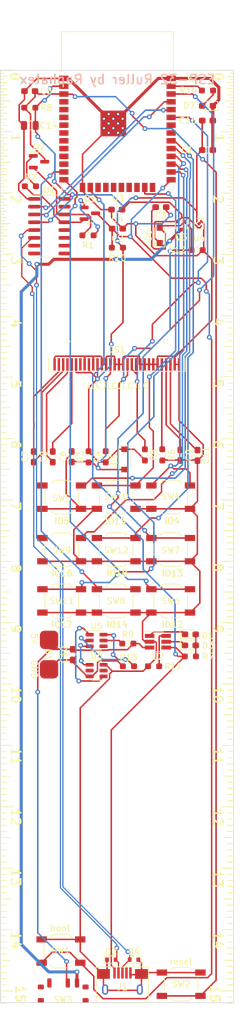
<source format=kicad_pcb>
(kicad_pcb (version 20211014) (generator pcbnew)
  (layers (0 "F.Cu" signal) (31 "B.Cu" signal) (34 "B.Paste" user) (35 "F.Paste" user) (36 "B.SilkS" user "B.Silkscreen") (37 "F.SilkS" user "F.Silkscreen") (38 "B.Mask" user) (39 "F.Mask" user) (44 "Edge.Cuts" user))
  (net 0 "")
  (net 1 "GND")
  (net 2 "/EN")
  (net 3 "+5V")
  (net 4 "/IO0")
  (net 5 "Net-(C6-Pad1)")
  (net 6 "Net-(C7-Pad1)")
  (net 7 "Net-(C7-Pad2)")
  (net 8 "Net-(C8-Pad1)")
  (net 9 "Net-(C8-Pad2)")
  (net 10 "Net-(C9-Pad1)")
  (net 11 "+3.3V")
  (net 13 "/SDA")
  (net 14 "/SCL")
  (net 15 "Net-(DS1-Pad26)")
  (net 23 "-BATT")
  (net 30 "/RXD0")
  (net 31 "/TXD0")
  (net 33 "/USB_DN")
  (net 34 "/USB_DP")
  (net 40 "IO4")
  (net 41 "IO5")
  (net 42 "IO12")
  (net 43 "IO13")
  (net 44 "IO14")
  (net 45 "IO15")
  (net 46 "IO16")
  (net 47 "IO17")
  (net 48 "IO18")
  (net 49 "Net-(R9-Pad1)")
  (net 50 "Net-(C11-Pad1)")
  (net 51 "Net-(B1-Pad2)")
  (net 52 "+BATT")
  (net 53 "Net-(C4-Pad1)")
  (net 54 "CHRG")
  (net 55 "Net-(D1-Pad2)")
  (net 56 "STDBY")
  (net 57 "Net-(D7-Pad2)")
  (net 58 "Net-(Q1-Pad1)")
  (net 59 "Net-(Q1-Pad2)")
  (net 60 "Net-(Q2-Pad1)")
  (net 61 "Net-(Q2-Pad2)")
  (net 62 "Net-(R11-Pad1)")
  (net 63 "Net-(R13-Pad2)")
  (net 64 "Net-(R14-Pad1)")
  (net 73 "Net-(U5-Pad1)")
  (net 74 "Net-(U5-Pad3)")
  (footprint "custom footprint:MICRO USB" (layer "F.Cu") (at 112.425 184.375)
    (fp_text reference "J1")
    (fp_text value "MICRO_USB")
  )
  (footprint "Resistor_SMD:R_0603_1608Metric_Pad0.98x0.95mm_HandSolder" (layer "F.Cu") (at 117.5 132.1 180)
    (fp_text reference "R11")
    (fp_text value "4K7")
  )
  (footprint "Capacitor_SMD:C_0603_1608Metric_Pad1.08x0.95mm_HandSolder" (layer "F.Cu") (at 111.6 60.8 180)
    (fp_text reference "C2")
    (fp_text value "100nF/50V")
  )
  (footprint "Resistor_SMD:R_0603_1608Metric_Pad0.98x0.95mm_HandSolder" (layer "F.Cu") (at 113.3 128.4)
    (fp_text reference "R9")
    (fp_text value "100R")
  )
  (footprint "Resistor_SMD:R_0603_1608Metric_Pad0.98x0.95mm_HandSolder" (layer "F.Cu") (at 116.082 97.6604 -90)
    (fp_text reference "R5")
    (fp_text value "10K")
  )
  (footprint "Display:OLED-128O064D" (layer "F.Cu") (at 111.5008 82.91)
    (fp_text reference "DS1")
    (fp_text value "OLED-128O064D")
  )
  (footprint "Button_Switch_SMD:SW_SPST_TL3342" (layer "F.Cu") (at 120.29 104.55 180)
    (fp_text reference "SW4")
    (fp_text value "SW_Push")
  )
  (footprint "Button_Switch_SMD:SW_SPST_TL3342" (layer "F.Cu") (at 122 183.9)
    (fp_text reference "SW2")
    (fp_text value "SW_Push_reset")
  )
  (footprint "Button_Switch_SMD:SW_SPST_TL3342" (layer "F.Cu") (at 102.51 121.45 180)
    (fp_text reference "SW11")
    (fp_text value "SW_Push")
  )
  (footprint "Diode_SMD:D_SOD-123" (layer "F.Cu") (at 112.8308 98.3994 -90)
    (fp_text reference "D5")
    (fp_text value "1N4148W")
  )
  (footprint "Resistor_SMD:R_0603_1608Metric_Pad0.98x0.95mm_HandSolder" (layer "F.Cu") (at 109.6812 97.9764 90)
    (fp_text reference "R4")
    (fp_text value "10K")
  )
  (footprint "Button_Switch_SMD:SW_SPST_TL3342" (layer "F.Cu") (at 120.29 121.45 180)
    (fp_text reference "SW6")
    (fp_text value "SW_Push")
  )
  (footprint "LED_SMD:LED_0603_1608Metric_Pad1.05x0.95mm_HandSolder" (layer "F.Cu") (at 126.3 40.8 180)
    (fp_text reference "D7")
    (fp_text value "LED")
  )
  (footprint "Capacitor_SMD:C_0603_1608Metric_Pad1.08x0.95mm_HandSolder" (layer "F.Cu") (at 97.3 38.4)
    (fp_text reference "C5")
    (fp_text value "100nF/50V")
  )
  (footprint "Resistor_SMD:R_0603_1608Metric_Pad0.98x0.95mm_HandSolder" (layer "F.Cu") (at 113.4 132.1)
    (fp_text reference "R13")
    (fp_text value "1k")
  )
  (footprint "Package_TO_SOT_SMD:SOT-23" (layer "F.Cu") (at 107.1 58.3)
    (fp_text reference "Q1")
    (fp_text value "NPN_S9013")
  )
  (footprint "Diode_SMD:D_SOD-523" (layer "F.Cu") (at 114.3 179.9 180)
    (fp_text reference "D4")
    (fp_text value "LESD5D5.0CT1G")
  )
  (footprint "RF_Module:ESP32-WROOM-32" (layer "F.Cu") (at 111.6128 44.577)
    (fp_text reference "U3")
    (fp_text value "ESP32-WROOM-32")
  )
  (footprint "Resistor_SMD:R_0603_1608Metric_Pad0.98x0.95mm_HandSolder" (layer "F.Cu") (at 97.4 53.9)
    (fp_text reference "R2")
    (fp_text value "10K")
  )
  (footprint "Button_Switch_SMD:SW_SPST_TL3342" (layer "F.Cu") (at 111.4 113.1 180)
    (fp_text reference "SW12")
    (fp_text value "SW_Push")
  )
  (footprint "Button_Switch_SMD:SW_SPST_TL3342" (layer "F.Cu") (at 102.51 113.1 180)
    (fp_text reference "SW9")
    (fp_text value "SW_Push")
  )
  (footprint "Capacitor_SMD:C_0603_1608Metric_Pad1.08x0.95mm_HandSolder" (layer "F.Cu") (at 126.3 43.2 180)
    (fp_text reference "C16")
    (fp_text value "100nF/50V")
  )
  (footprint "Resistor_SMD:R_0603_1608Metric_Pad0.98x0.95mm_HandSolder" (layer "F.Cu") (at 118.9268 97.6604 90)
    (fp_text reference "R6")
    (fp_text value "390K")
  )
  (footprint "Resistor_SMD:R_0603_1608Metric_Pad0.98x0.95mm_HandSolder" (layer "F.Cu") (at 97.3 41.1 180)
    (fp_text reference "R8")
    (fp_text value "10K")
  )
  (footprint "Capacitor_SMD:C_0603_1608Metric_Pad1.08x0.95mm_HandSolder" (layer "F.Cu") (at 97.9464 97.9782 -90)
    (fp_text reference "C7")
    (fp_text value "1uF")
  )
  (footprint "Resistor_SMD:R_0603_1608Metric_Pad0.98x0.95mm_HandSolder" (layer "F.Cu") (at 123.5 130.5 180)
    (fp_text reference "R7")
    (fp_text value "1K")
  )
  (footprint "Capacitor_SMD:C_0603_1608Metric_Pad1.08x0.95mm_HandSolder" (layer "F.Cu") (at 118.7 57.3)
    (fp_text reference "C3")
    (fp_text value "2.2uF")
  )
  (footprint "Button_Switch_SMD:SW_SPST_TL3342" (layer "F.Cu") (at 111.4 121.45 180)
    (fp_text reference "SW8")
    (fp_text value "SW_Push")
  )
  (footprint "Package_TO_SOT_SMD:SOT-23-6" (layer "F.Cu") (at 108.2 127.9)
    (fp_text reference "U5")
    (fp_text value "FS312F-G")
  )
  (footprint "Package_TO_SOT_SMD:SOT-23-6_Handsoldering" (layer "F.Cu") (at 118.2 128.1)
    (fp_text reference "U2")
    (fp_text value "TP4057")
  )
  (footprint "custom footprint:battery 3.7v" (layer "F.Cu") (at 101.65 130.2 -90)
    (fp_text reference "B1")
    (fp_text value "battery_3.7v")
  )
  (footprint "Package_TO_SOT_SMD:SOT-23-6" (layer "F.Cu") (at 108.2 132.8)
    (fp_text reference "U6")
    (fp_text value "FS8205")
  )
  (footprint "Capacitor_SMD:C_0603_1608Metric_Pad1.08x0.95mm_HandSolder" (layer "F.Cu") (at 124.6672 97.7384 -90)
    (fp_text reference "C11")
    (fp_text value "2.2uF")
  )
  (footprint "Resistor_SMD:R_0603_1608Metric_Pad0.98x0.95mm_HandSolder" (layer "F.Cu") (at 126.3 38.3)
    (fp_text reference "R14")
    (fp_text value "1k")
  )
  (footprint "Resistor_SMD:R_0603_1608Metric_Pad0.98x0.95mm_HandSolder" (layer "F.Cu") (at 106.8 61.9)
    (fp_text reference "R1")
    (fp_text value "10K")
  )
  (footprint "Capacitor_SMD:C_0805_2012Metric" (layer "F.Cu") (at 97.3 44 180)
    (fp_text reference "C14")
    (fp_text value "22uF/10V")
  )
  (footprint "Package_SO:SOIC-16_3.9x9.9mm_P1.27mm" (layer "F.Cu") (at 100.5 60.4)
    (fp_text reference "U1")
    (fp_text value "CH340C")
  )
  (footprint "Capacitor_SMD:C_0603_1608Metric_Pad1.08x0.95mm_HandSolder" (layer "F.Cu") (at 104.3 130.2 90)
    (fp_text reference "C10")
    (fp_text value "100nF")
  )
  (footprint "Button_Switch_SMD:SW_SPST_TL3342" (layer "F.Cu") (at 102.51 104.55 180)
    (fp_text reference "SW5")
    (fp_text value "SW_Push")
  )
  (footprint "Capacitor_SMD:C_0603_1608Metric_Pad1.08x0.95mm_HandSolder" (layer "F.Cu") (at 121.8732 97.7084 -90)
    (fp_text reference "C9")
    (fp_text value "1uF")
  )
  (footprint "Resistor_SMD:R_0603_1608Metric_Pad0.98x0.95mm_HandSolder" (layer "F.Cu") (at 106.8872 97.9784 -90)
    (fp_text reference "R3")
    (fp_text value "4K7")
  )
  (footprint "Capacitor_SMD:C_0603_1608Metric_Pad1.08x0.95mm_HandSolder" (layer "F.Cu") (at 126.3 48 180)
    (fp_text reference "C1")
    (fp_text value "100nF")
  )
  (footprint "Resistor_SMD:R_0603_1608Metric_Pad0.98x0.95mm_HandSolder" (layer "F.Cu") (at 111.6 63.9)
    (fp_text reference "R10")
    (fp_text value "10K")
  )
  (footprint "Diode_SMD:D_SOD-323_HandSoldering" (layer "F.Cu") (at 118.5 61.9 90)
    (fp_text reference "D6")
    (fp_text value "BAT760-7")
  )
  (footprint "Capacitor_SMD:C_0603_1608Metric_Pad1.08x0.95mm_HandSolder" (layer "F.Cu") (at 111.5 57.7 180)
    (fp_text reference "C4")
    (fp_text value "1uF")
  )
  (footprint "Diode_SMD:D_SOD-523" (layer "F.Cu") (at 110.6 179.9)
    (fp_text reference "D2")
    (fp_text value "LESD5D5.0CT1G")
  )
  (footprint "Capacitor_SMD:C_0603_1608Metric_Pad1.08x0.95mm_HandSolder" (layer "F.Cu") (at 104.144 97.9652 90)
    (fp_text reference "C6")
    (fp_text value "10uF")
  )
  (footprint "Capacitor_SMD:C_0603_1608Metric_Pad1.08x0.95mm_HandSolder" (layer "F.Cu") (at 101.0452 97.9782 90)
    (fp_text reference "C8")
    (fp_text value "1uF")
  )
  (footprint "custom footprint:SW7_6.7X4.1MM_SM SSSS811101" (layer "F.Cu") (at 102.75 185.45)
    (fp_text reference "SW3")
    (fp_text value "ALPS SSSS811101")
  )
  (footprint "Button_Switch_SMD:SW_SPST_TL3342" (layer "F.Cu") (at 120.29 113.1 180)
    (fp_text reference "SW7")
    (fp_text value "SW_Push")
  )
  (footprint "Package_DFN_QFN:OnSemi_XDFN4-1EP_1.0x1.0mm_EP0.52x0.52mm" (layer "F.Cu") (at 124.9 60)
    (fp_text reference "U4")
    (fp_text value "NCP167BMX330TBG")
  )
  (footprint "Resistor_SMD:R_0603_1608Metric_Pad0.98x0.95mm_HandSolder" (layer "F.Cu") (at 124.6 64.3)
    (fp_text reference "R12")
    (fp_text value "4K7")
  )
  (footprint "Package_TO_SOT_SMD:SOT-416" (layer "F.Cu") (at 122 60.3 -90)
    (fp_text reference "Q3")
    (fp_text value "NTA4151PT1G")
  )
  (footprint "LED_SMD:LED_0603_1608Metric_Pad1.05x0.95mm_HandSolder" (layer "F.Cu") (at 123.5 126.9)
    (fp_text reference "D1")
    (fp_text value "RLED")
  )
  (footprint "Package_TO_SOT_SMD:SOT-23" (layer "F.Cu") (at 98.8 49.9)
    (fp_text reference "Q2")
    (fp_text value "NPN_S9013")
  )
  (footprint "Button_Switch_SMD:SW_SPST_TL3342" (layer "F.Cu") (at 111.4 104.55 180)
    (fp_text reference "SW10")
    (fp_text value "SW_Push")
  )
  (footprint "Button_Switch_SMD:SW_SPST_TL3342" (layer "F.Cu") (at 102.3842 178.5)
    (fp_text reference "SW1")
    (fp_text value "SW_Push_boot")
  )
  (footprint "LED_SMD:LED_0603_1608Metric_Pad1.05x0.95mm_HandSolder" (layer "F.Cu") (at 123.5 128.7)
    (fp_text reference "D3")
    (fp_text value "GLED")
  )
  (gr_line (start 92.5408 87) (end 93.5408 87) (layer "F.SilkS") (width 0.12))
  (gr_line (start 130.5 165) (end 128.5 165) (layer "F.SilkS") (width 0.15))
  (gr_line (start 130.0408 45.5) (end 130.5408 45.5) (layer "F.SilkS") (width 0.15))
  (gr_line (start 130.5 134) (end 129.5 134) (layer "F.SilkS") (width 0.15))
  (gr_line (start 92.5408 59.5) (end 93.0408 59.5) (layer "F.SilkS") (width 0.15))
  (gr_line (start 92.5408 153) (end 93.5408 153) (layer "F.SilkS") (width 0.12))
  (gr_line (start 130.5 183) (end 129.5 183) (layer "F.SilkS") (width 0.15))
  (gr_line (start 92.5408 120) (end 94.0408 120) (layer "F.SilkS") (width 0.12))
  (gr_line (start 130.5408 117) (end 129.5408 117) (layer "F.SilkS") (width 0.12))
  (gr_line (start 92.5408 142) (end 93.5408 142) (layer "F.SilkS") (width 0.12))
  (gr_line (start 92.5408 128) (end 93.5408 128) (layer "F.SilkS") (width 0.12))
  (gr_line (start 130.5408 108) (end 129.5408 108) (layer "F.SilkS") (width 0.15))
  (gr_line (start 92.5408 106) (end 93.5408 106) (layer "F.SilkS") (width 0.12))
  (gr_line (start 130.5 136) (end 129.5 136) (layer "F.SilkS") (width 0.12))
  (gr_line (start 92.5408 107) (end 93.5408 107) (layer "F.SilkS") (width 0.12))
  (gr_line (start 92.5408 160) (end 94.0408 160) (layer "F.SilkS") (width 0.12))
  (gr_line (start 130.5408 39) (end 129.5408 39) (layer "F.SilkS") (width 0.12))
  (gr_line (start 92.5408 95) (end 94.5408 95) (layer "F.SilkS") (width 0.12))
  (gr_line (start 130.5408 97) (end 129.5408 97) (layer "F.SilkS") (width 0.12))
  (gr_line (start 92.5408 85) (end 94.5408 85) (layer "F.SilkS") (width 0.12))
  (gr_line (start 92.5408 70) (end 94.0408 70) (layer "F.SilkS") (width 0.12))
  (gr_line (start 130.5 162) (end 129.5 162) (layer "F.SilkS") (width 0.15))
  (gr_line (start 92.5408 38) (end 93.5408 38) (layer "F.SilkS") (width 0.15))
  (gr_line (start 92.5408 56) (end 93.5408 56) (layer "F.SilkS") (width 0.15))
  (gr_line (start 130.5408 54) (end 129.5408 54) (layer "F.SilkS") (width 0.12))
  (gr_line (start 130.5408 60) (end 129.0408 60) (layer "F.SilkS") (width 0.12))
  (gr_line (start 130.5408 55) (end 128.5408 55) (layer "F.SilkS") (width 0.12))
  (gr_line (start 130.0408 61.5) (end 130.5408 61.5) (layer "F.SilkS") (width 0.15))
  (gr_line (start 130.5 168) (end 129.5 168) (layer "F.SilkS") (width 0.15))
  (gr_line (start 92.5408 152) (end 93.5408 152) (layer "F.SilkS") (width 0.12))
  (gr_line (start 130.5408 103) (end 129.5408 103) (layer "F.SilkS") (width 0.15))
  (gr_line (start 130.0408 41.5) (end 130.5408 41.5) (layer "F.SilkS") (width 0.15))
  (gr_line (start 130.5 151) (end 129.5 151) (layer "F.SilkS") (width 0.15))
  (gr_line (start 130.5408 113) (end 129.5408 113) (layer "F.SilkS") (width 0.15))
  (gr_line (start 92.5408 145) (end 94.5408 145) (layer "F.SilkS") (width 0.12))
  (gr_line (start 92.5408 162) (end 93.5408 162) (layer "F.SilkS") (width 0.12))
  (gr_line (start 92.5408 59) (end 93.5408 59) (layer "F.SilkS") (width 0.15))
  (gr_line (start 130.5408 116) (end 129.5408 116) (layer "F.SilkS") (width 0.12))
  (gr_line (start 130.5 137) (end 129.5 137) (layer "F.SilkS") (width 0.12))
  (gr_line (start 92.5408 81) (end 93.5408 81) (layer "F.SilkS") (width 0.12))
  (gr_line (start 92.5408 133) (end 93.5408 133) (layer "F.SilkS") (width 0.12))
  (gr_line (start 130.5 138) (end 129.5 138) (layer "F.SilkS") (width 0.15))
  (gr_line (start 92.5408 163) (end 93.5408 163) (layer "F.SilkS") (width 0.12))
  (gr_line (start 92.5408 84) (end 93.5408 84) (layer "F.SilkS") (width 0.12))
  (gr_line (start 92.5408 45) (end 94.5408 45) (layer "F.SilkS") (width 0.15))
  (gr_line (start 92.5408 185) (end 94.5408 185) (layer "F.SilkS") (width 0.12))
  (gr_line (start 130.5408 114) (end 129.5408 114) (layer "F.SilkS") (width 0.15))
  (gr_line (start 92.5408 51.5) (end 93.0408 51.5) (layer "F.SilkS") (width 0.15))
  (gr_line (start 130.0408 62.5) (end 130.5408 62.5) (layer "F.SilkS") (width 0.15))
  (gr_line (start 92.5408 145) (end 94.5408 145) (layer "F.SilkS") (width 0.12))
  (gr_line (start 130.5408 87) (end 129.5408 87) (layer "F.SilkS") (width 0.12))
  (gr_line (start 92.5408 64.5) (end 93.0408 64.5) (layer "F.SilkS") (width 0.12))
  (gr_line (start 130.5408 72) (end 129.5408 72) (layer "F.SilkS") (width 0.12))
  (gr_line (start 92.5408 125) (end 94.5408 125) (layer "F.SilkS") (width 0.12))
  (gr_line (start 92.5408 97) (end 93.5408 97) (layer "F.SilkS") (width 0.12))
  (gr_line (start 92.5408 62.5) (end 93.0408 62.5) (layer "F.SilkS") (width 0.12))
  (gr_line (start 130.5408 104) (end 129.5408 104) (layer "F.SilkS") (width 0.15))
  (gr_line (start 92.5408 135) (end 94.5408 135) (layer "F.SilkS") (width 0.12))
  (gr_line (start 130.5408 35) (end 128.5408 35) (layer "F.SilkS") (width 0.12))
  (gr_line (start 92.5408 83) (end 93.5408 83) (layer "F.SilkS") (width 0.12))
  (gr_line (start 92.5408 125) (end 94.5408 125) (layer "F.SilkS") (width 0.12))
  (gr_line (start 130.5408 47.5) (end 130.0408 47.5) (layer "F.SilkS") (width 0.15))
  (gr_line (start 130.5 159) (end 129.5 159) (layer "F.SilkS") (width 0.15))
  (gr_line (start 92.5408 111) (end 93.5408 111) (layer "F.SilkS") (width 0.12))
  (gr_line (start 93.0408 58.5) (end 92.5408 58.5) (layer "F.SilkS") (width 0.15))
  (gr_line (start 92.5408 39) (end 93.5408 39) (layer "F.SilkS") (width 0.15))
  (gr_line (start 92.5408 171) (end 93.5408 171) (layer "F.SilkS") (width 0.12))
  (gr_line (start 130.5 142) (end 129.5 142) (layer "F.SilkS") (width 0.15))
  (gr_line (start 130.5408 37) (end 129.5408 37) (layer "F.SilkS") (width 0.12))
  (gr_line (start 92.5408 54.5) (end 93.0408 54.5) (layer "F.SilkS") (width 0.12))
  (gr_line (start 130.5408 75) (end 128.5408 75) (layer "F.SilkS") (width 0.12))
  (gr_line (start 92.5408 146) (end 93.5408 146) (layer "F.SilkS") (width 0.12))
  (gr_line (start 92.5408 44.5) (end 93.0408 44.5) (layer "F.SilkS") (width 0.12))
  (gr_line (start 92.5408 100) (end 94.0408 100) (layer "F.SilkS") (width 0.12))
  (gr_line (start 93.0408 48.5) (end 92.5408 48.5) (layer "F.SilkS") (width 0.15))
  (gr_line (start 130.5 133) (end 129.5 133) (layer "F.SilkS") (width 0.15))
  (gr_line (start 130.5408 47) (end 129.5408 47) (layer "F.SilkS") (width 0.12))
  (gr_line (start 130.5 172) (end 129.5 172) (layer "F.SilkS") (width 0.15))
  (gr_line (start 130.5408 62) (end 129.5408 62) (layer "F.SilkS") (width 0.12))
  (gr_line (start 92.5408 103) (end 93.5408 103) (layer "F.SilkS") (width 0.12))
  (gr_line (start 92.5408 166) (end 93.5408 166) (layer "F.SilkS") (width 0.12))
  (gr_line (start 130.5408 94) (end 129.5408 94) (layer "F.SilkS") (width 0.12))
  (gr_line (start 130.5408 118) (end 129.5408 118) (layer "F.SilkS") (width 0.15))
  (gr_line (start 130.5408 120) (end 129.0408 120) (layer "F.SilkS") (width 0.15))
  (gr_line (start 92.5408 181) (end 93.5408 181) (layer "F.SilkS") (width 0.12))
  (gr_line (start 130.5408 45) (end 128.5408 45) (layer "F.SilkS") (width 0.12))
  (gr_line (start 92.5408 148) (end 93.5408 148) (layer "F.SilkS") (width 0.12))
  (gr_line (start 92.5408 156) (end 93.5408 156) (layer "F.SilkS") (width 0.12))
  (gr_line (start 92.5408 135) (end 94.5408 135) (layer "F.SilkS") (width 0.12))
  (gr_line (start 130.5 152) (end 129.5 152) (layer "F.SilkS") (width 0.15))
  (gr_line (start 130.5408 84) (end 129.5408 84) (layer "F.SilkS") (width 0.12))
  (gr_line (start 92.5408 44) (end 93.5408 44) (layer "F.SilkS") (width 0.12))
  (gr_line (start 93.5408 69) (end 92.5408 69) (layer "F.SilkS") (width 0.12))
  (gr_line (start 129.5408 81) (end 130.5408 81) (layer "F.SilkS") (width 0.12))
  (gr_line (start 92.5408 145) (end 94.5408 145) (layer "F.SilkS") (width 0.12))
  (gr_line (start 130.5 145) (end 128.5 145) (layer "F.SilkS") (width 0.15))
  (gr_line (start 92.5408 174) (end 93.5408 174) (layer "F.SilkS") (width 0.12))
  (gr_line (start 92.5408 46) (end 93.5408 46) (layer "F.SilkS") (width 0.15))
  (gr_line (start 92.5408 50.5) (end 93.0408 50.5) (layer "F.SilkS") (width 0.15))
  (gr_line (start 130.5408 122) (end 129.5408 122) (layer "F.SilkS") (width 0.15))
  (gr_line (start 130.5408 55) (end 128.5408 55) (layer "F.SilkS") (width 0.12))
  (gr_line (start 130.0408 58.5) (end 130.5408 58.5) (layer "F.SilkS") (width 0.15))
  (gr_line (start 130.5408 74) (end 129.5408 74) (layer "F.SilkS") (width 0.12))
  (gr_line (start 130.5 126) (end 129.5 126) (layer "F.SilkS") (width 0.12))
  (gr_line (start 92.5408 51) (end 93.5408 51) (layer "F.SilkS") (width 0.15))
  (gr_line (start 130.5408 106) (end 129.5408 106) (layer "F.SilkS") (width 0.12))
  (gr_line (start 92.5408 86) (end 93.5408 86) (layer "F.SilkS") (width 0.12))
  (gr_line (start 130.5408 75) (end 128.5408 75) (layer "F.SilkS") (width 0.12))
  (gr_line (start 92.5408 48) (end 93.5408 48) (layer "F.SilkS") (width 0.15))
  (gr_line (start 130.0408 42.5) (end 130.5408 42.5) (layer "F.SilkS") (width 0.15))
  (gr_line (start 130.5408 40) (end 129.0408 40) (layer "F.SilkS") (width 0.12))
  (gr_line (start 130.5408 36) (end 129.5408 36) (layer "F.SilkS") (width 0.12))
  (gr_line (start 130.0408 56.5) (end 130.5408 56.5) (layer "F.SilkS") (width 0.15))
  (gr_line (start 92.5408 40.5) (end 93.0408 40.5) (layer "F.SilkS") (width 0.15))
  (gr_line (start 130.5408 115) (end 128.5408 115) (layer "F.SilkS") (width 0.15))
  (gr_line (start 92.5408 158) (end 93.5408 158) (layer "F.SilkS") (width 0.12))
  (gr_line (start 130.5408 43) (end 129.5408 43) (layer "F.SilkS") (width 0.12))
  (gr_line (start 92.5408 135) (end 94.5408 135) (layer "F.SilkS") (width 0.12))
  (gr_line (start 130.0408 55.5) (end 130.5408 55.5) (layer "F.SilkS") (width 0.15))
  (gr_line (start 92.5408 42) (end 93.5408 42) (layer "F.SilkS") (width 0.15))
  (gr_line (start 92.5408 150) (end 94.0408 150) (layer "F.SilkS") (width 0.12))
  (gr_line (start 130.5408 50) (end 129.0408 50) (layer "F.SilkS") (width 0.12))
  (gr_line (start 130.5408 88) (end 129.5408 88) (layer "F.SilkS") (width 0.12))
  (gr_line (start 92.5408 80) (end 94.0408 80) (layer "F.SilkS") (width 0.12))
  (gr_line (start 130.0408 44.5) (end 130.5408 44.5) (layer "F.SilkS") (width 0.15))
  (gr_line (start 92.5408 117) (end 93.5408 117) (layer "F.SilkS") (width 0.12))
  (gr_line (start 93.5408 89) (end 92.5408 89) (layer "F.SilkS") (width 0.12))
  (gr_line (start 92.5408 118) (end 93.5408 118) (layer "F.SilkS") (width 0.12))
  (gr_line (start 92.5408 60) (end 94.0408 60) (layer "F.SilkS") (width 0.15))
  (gr_line (start 130.5408 67) (end 129.5408 67) (layer "F.SilkS") (width 0.12))
  (gr_line (start 92.5408 130) (end 94.0408 130) (layer "F.SilkS") (width 0.12))
  (gr_line (start 92.5408 101) (end 93.5408 101) (layer "F.SilkS") (width 0.12))
  (gr_line (start 93.5408 79) (end 92.5408 79) (layer "F.SilkS") (width 0.12))
  (gr_line (start 92.5408 157) (end 93.5408 157) (layer "F.SilkS") (width 0.12))
  (gr_line (start 92.5408 155) (end 94.5408 155) (layer "F.SilkS") (width 0.12))
  (gr_line (start 92.5 187) (end 93.5 187) (layer "F.SilkS") (width 0.12))
  (gr_line (start 130.5408 86) (end 129.5408 86) (layer "F.SilkS") (width 0.12))
  (gr_line (start 130.5 148) (end 129.5 148) (layer "F.SilkS") (width 0.15))
  (gr_line (start 92.5408 91) (end 93.5408 91) (layer "F.SilkS") (width 0.12))
  (gr_line (start 130.0408 51.5) (end 130.5408 51.5) (layer "F.SilkS") (width 0.15))
  (gr_line (start 130.5 149) (end 129.5 149) (layer "F.SilkS") (width 0.15))
  (gr_line (start 92.5408 61) (end 93.5408 61) (layer "F.SilkS") (width 0.15))
  (gr_line (start 130.5408 105) (end 128.5408 105) (layer "F.SilkS") (width 0.12))
  (gr_line (start 130.5408 66) (end 129.5408 66) (layer "F.SilkS") (width 0.12))
  (gr_line (start 92.5408 68) (end 93.5408 68) (layer "F.SilkS") (width 0.12))
  (gr_line (start 130.0408 60.5) (end 130.5408 60.5) (layer "F.SilkS") (width 0.15))
  (gr_line (start 92.5408 76) (end 93.5408 76) (layer "F.SilkS") (width 0.12))
  (gr_line (start 130.5408 112) (end 129.5408 112) (layer "F.SilkS") (width 0.15))
  (gr_line (start 130.5408 78) (end 129.5408 78) (layer "F.SilkS") (width 0.12))
  (gr_line (start 92.5408 73) (end 93.5408 73) (layer "F.SilkS") (width 0.12))
  (gr_line (start 130.5408 38) (end 129.5408 38) (layer "F.SilkS") (width 0.12))
  (gr_line (start 130.0408 64.5) (end 130.5408 64.5) (layer "F.SilkS") (width 0.15))
  (gr_line (start 130.5408 45) (end 128.5408 45) (layer "F.SilkS") (width 0.12))
  (gr_line (start 92.5408 78) (end 93.5408 78) (layer "F.SilkS") (width 0.12))
  (gr_line (start 92.5408 92) (end 93.5408 92) (layer "F.SilkS") (width 0.12))
  (gr_line (start 129.5408 51) (end 130.5408 51) (layer "F.SilkS") (width 0.12))
  (gr_line (start 130.5 141) (end 129.5 141) (layer "F.SilkS") (width 0.15))
  (gr_line (start 130.5 170) (end 129 170) (layer "F.SilkS") (width 0.15))
  (gr_line (start 130.5 144) (end 129.5 144) (layer "F.SilkS") (width 0.15))
  (gr_line (start 92.5408 39.5) (end 93.0408 39.5) (layer "F.SilkS") (width 0.15))
  (gr_line (start 92.5408 52) (end 93.5408 52) (layer "F.SilkS") (width 0.15))
  (gr_line (start 130.5 129) (end 129.5 129) (layer "F.SilkS") (width 0.15))
  (gr_line (start 130.0408 48.5) (end 130.5408 48.5) (layer "F.SilkS") (width 0.15))
  (gr_line (start 130.0408 52.5) (end 130.5408 52.5) (layer "F.SilkS") (width 0.15))
  (gr_line (start 130.5408 125) (end 128.5408 125) (layer "F.SilkS") (width 0.15))
  (gr_line (start 92.5408 105) (end 94.5408 105) (layer "F.SilkS") (width 0.12))
  (gr_line (start 130.5 139) (end 129.5 139) (layer "F.SilkS") (width 0.15))
  (gr_line (start 130.5 153) (end 129.5 153) (layer "F.SilkS") (width 0.15))
  (gr_line (start 130.5408 110) (end 129.0408 110) (layer "F.SilkS") (width 0.15))
  (gr_line (start 92.5408 98) (end 93.5408 98) (layer "F.SilkS") (width 0.12))
  (gr_line (start 93.5408 149) (end 92.5408 149) (layer "F.SilkS") (width 0.12))
  (gr_line (start 92.5408 170) (end 94.0408 170) (layer "F.SilkS") (width 0.12))
  (gr_line (start 130.5408 57) (end 129.5408 57) (layer "F.SilkS") (width 0.12))
  (gr_line (start 92.5408 136) (end 93.5408 136) (layer "F.SilkS") (width 0.12))
  (gr_line (start 130.0408 38.5) (end 130.5408 38.5) (layer "F.SilkS") (width 0.15))
  (gr_line (start 92.5408 63) (end 93.5408 63) (layer "F.SilkS") (width 0.12))
  (gr_line (start 92.5408 95) (end 94.5408 95) (layer "F.SilkS") (width 0.12))
  (gr_line (start 92.5408 167) (end 93.5408 167) (layer "F.SilkS") (width 0.12))
  (gr_line (start 130.5408 56) (end 129.5408 56) (layer "F.SilkS") (width 0.12))
  (gr_line (start 92.5408 165) (end 94.5408 165) (layer "F.SilkS") (width 0.12))
  (gr_line (start 130.5 167) (end 129.5 167) (layer "F.SilkS") (width 0.12))
  (gr_line (start 93.5408 109) (end 92.5408 109) (layer "F.SilkS") (width 0.12))
  (gr_line (start 130.0408 50.5) (end 130.5408 50.5) (layer "F.SilkS") (width 0.15))
  (gr_line (start 130.5408 70) (end 129.0408 70) (layer "F.SilkS") (width 0.12))
  (gr_line (start 92.5408 138) (end 93.5408 138) (layer "F.SilkS") (width 0.12))
  (gr_line (start 129.5408 91) (end 130.5408 91) (layer "F.SilkS") (width 0.12))
  (gr_line (start 130.5408 44) (end 129.5408 44) (layer "F.SilkS") (width 0.12))
  (gr_line (start 92.5408 185) (end 94.5408 185) (layer "F.SilkS") (width 0.12))
  (gr_line (start 92.5408 64) (end 93.5408 64) (layer "F.SilkS") (width 0.12))
  (gr_line (start 92.5408 176) (end 93.5408 176) (layer "F.SilkS") (width 0.12))
  (gr_line (start 92.5408 113) (end 93.5408 113) (layer "F.SilkS") (width 0.12))
  (gr_line (start 92.5408 175) (end 94.5408 175) (layer "F.SilkS") (width 0.12))
  (gr_line (start 130.5408 48) (end 129.5408 48) (layer "F.SilkS") (width 0.12))
  (gr_line (start 130.5408 69) (end 129.5408 69) (layer "F.SilkS") (width 0.12))
  (gr_line (start 130.5 127) (end 129.5 127) (layer "F.SilkS") (width 0.12))
  (gr_line (start 130.5 140) (end 129 140) (layer "F.SilkS") (width 0.15))
  (gr_line (start 92.5408 132) (end 93.5408 132) (layer "F.SilkS") (width 0.12))
  (gr_line (start 130.5 178) (end 129.5 178) (layer "F.SilkS") (width 0.15))
  (gr_line (start 130.5 163) (end 129.5 163) (layer "F.SilkS") (width 0.15))
  (gr_line (start 92.5408 42.5) (end 93.0408 42.5) (layer "F.SilkS") (width 0.12))
  (gr_line (start 130.0408 46.5) (end 130.5408 46.5) (layer "F.SilkS") (width 0.15))
  (gr_line (start 92.5408 125) (end 94.5408 125) (layer "F.SilkS") (width 0.12))
  (gr_line (start 92.5408 56.5) (end 93.0408 56.5) (layer "F.SilkS") (width 0.15))
  (gr_line (start 92.5408 104) (end 93.5408 104) (layer "F.SilkS") (width 0.12))
  (gr_line (start 92.5408 126) (end 93.5408 126) (layer "F.SilkS") (width 0.12))
  (gr_line (start 130.5 132) (end 129.5 132) (layer "F.SilkS") (width 0.15))
  (gr_line (start 92.5408 175) (end 94.5408 175) (layer "F.SilkS") (width 0.12))
  (gr_line (start 92.5408 131) (end 93.5408 131) (layer "F.SilkS") (width 0.12))
  (gr_line (start 92.5408 125) (end 94.5408 125) (layer "F.SilkS") (width 0.12))
  (gr_line (start 130.0408 43.5) (end 130.5408 43.5) (layer "F.SilkS") (width 0.15))
  (gr_line (start 92.5408 115) (end 94.5408 115) (layer "F.SilkS") (width 0.12))
  (gr_line (start 130.5408 64) (end 129.5408 64) (layer "F.SilkS") (width 0.12))
  (gr_line (start 130.5408 105) (end 128.5408 105) (layer "F.SilkS") (width 0.15))
  (gr_line (start 92.5408 36.5) (end 93.0408 36.5) (layer "F.SilkS") (width 0.15))
  (gr_line (start 130.5 173) (end 129.5 173) (layer "F.SilkS") (width 0.15))
  (gr_line (start 130.5408 121) (end 129.5408 121) (layer "F.SilkS") (width 0.15))
  (gr_line (start 92.5408 116) (end 93.5408 116) (layer "F.SilkS") (width 0.12))
  (gr_line (start 130.5 166) (end 129.5 166) (layer "F.SilkS") (width 0.12))
  (gr_line (start 130.5 176) (end 129.5 176) (layer "F.SilkS") (width 0.12))
  (gr_line (start 92.5408 173) (end 93.5408 173) (layer "F.SilkS") (width 0.12))
  (gr_line (start 130.5408 63) (end 129.5408 63) (layer "F.SilkS") (width 0.12))
  (gr_line (start 92.5408 135) (end 94.5408 135) (layer "F.SilkS") (width 0.12))
  (gr_line (start 130.5 161) (end 129.5 161) (layer "F.SilkS") (width 0.15))
  (gr_line (start 92.5408 183) (end 93.5408 183) (layer "F.SilkS") (width 0.12))
  (gr_line (start 92.5408 55.5) (end 93.0408 55.5) (layer "F.SilkS") (width 0.15))
  (gr_line (start 130.5408 79) (end 129.5408 79) (layer "F.SilkS") (width 0.12))
  (gr_line (start 92.5408 67) (end 93.5408 67) (layer "F.SilkS") (width 0.12))
  (gr_line (start 92.5408 35) (end 94.5408 35) (layer "F.SilkS") (width 0.15))
  (gr_line (start 92.5408 64.968) (end 94.5408 64.968) (layer "F.SilkS") (width 0.12))
  (gr_line (start 130.5 174) (end 129.5 174) (layer "F.SilkS") (width 0.15))
  (gr_line (start 92.5408 114) (end 93.5408 114) (layer "F.SilkS") (width 0.12))
  (gr_line (start 130.5 186) (end 129.5 186) (layer "F.SilkS") (width 0.12))
  (gr_line (start 92.5408 175) (end 94.5408 175) (layer "F.SilkS") (width 0.12))
  (gr_line (start 92.5408 175) (end 94.5408 175) (layer "F.SilkS") (width 0.12))
  (gr_line (start 92.5408 52.5) (end 93.0408 52.5) (layer "F.SilkS") (width 0.12))
  (gr_line (start 130.5 131) (end 129.5 131) (layer "F.SilkS") (width 0.15))
  (gr_line (start 130.5408 99) (end 129.5408 99) (layer "F.SilkS") (width 0.15))
  (gr_line (start 130.5 171) (end 129.5 171) (layer "F.SilkS") (width 0.15))
  (gr_line (start 130.5 187) (end 129.5 187) (layer "F.SilkS") (width 0.15))
  (gr_line (start 130.5 147) (end 129.5 147) (layer "F.SilkS") (width 0.12))
  (gr_line (start 129.5408 71) (end 130.5408 71) (layer "F.SilkS") (width 0.12))
  (gr_line (start 130.5 157) (end 129.5 157) (layer "F.SilkS") (width 0.12))
  (gr_line (start 92.5408 108) (end 93.5408 108) (layer "F.SilkS") (width 0.12))
  (gr_line (start 92.5408 184) (end 93.5408 184) (layer "F.SilkS") (width 0.12))
  (gr_line (start 130.5408 100) (end 129.0408 100) (layer "F.SilkS") (width 0.15))
  (gr_line (start 130.5408 124) (end 129.5408 124) (layer "F.SilkS") (width 0.15))
  (gr_line (start 92.5408 53) (end 93.5408 53) (layer "F.SilkS") (width 0.12))
  (gr_line (start 130.5408 46) (end 129.5408 46) (layer "F.SilkS") (width 0.12))
  (gr_line (start 92.5 186) (end 93.5 186) (layer "F.SilkS") (width 0.12))
  (gr_line (start 130.5 169) (end 129.5 169) (layer "F.SilkS") (width 0.15))
  (gr_line (start 130.5408 76) (end 129.5408 76) (layer "F.SilkS") (width 0.12))
  (gr_line (start 92.5408 74) (end 93.5408 74) (layer "F.SilkS") (width 0.12))
  (gr_line (start 92.5408 53.5) (end 93.0408 53.5) (layer "F.SilkS") (width 0.12))
  (gr_line (start 92.5408 126) (end 93.5408 126) (layer "F.SilkS") (width 0.12))
  (gr_line (start 92.5408 123) (end 93.5408 123) (layer "F.SilkS") (width 0.12))
  (gr_line (start 92.5408 115) (end 94.5408 115) (layer "F.SilkS") (width 0.12))
  (gr_line (start 92.5408 36) (end 93.5408 36) (layer "F.SilkS") (width 0.15))
  (gr_line (start 92.5408 54) (end 93.5408 54) (layer "F.SilkS") (width 0.12))
  (gr_line (start 92.5408 130) (end 94.0408 130) (layer "F.SilkS") (width 0.12))
  (gr_line (start 92.5408 75.128) (end 94.5408 75.128) (layer "F.SilkS") (width 0.12))
  (gr_line (start 92.5408 72) (end 93.5408 72) (layer "F.SilkS") (width 0.12))
  (gr_line (start 130.0408 49.5) (end 130.5408 49.5) (layer "F.SilkS") (width 0.15))
  (gr_line (start 130.5 143) (end 129.5 143) (layer "F.SilkS") (width 0.15))
  (gr_line (start 130.5408 77) (end 129.5408 77) (layer "F.SilkS") (width 0.12))
  (gr_line (start 130.5408 39.5) (end 130.0408 39.5) (layer "F.SilkS") (width 0.15))
  (gr_line (start 130.5408 109) (end 129.5408 109) (layer "F.SilkS") (width 0.15))
  (gr_line (start 130.5 184) (end 129.5 184) (layer "F.SilkS") (width 0.15))
  (gr_line (start 92.5408 88) (end 93.5408 88) (layer "F.SilkS") (width 0.12))
  (gr_line (start 92.5408 41.5) (end 93.0408 41.5) (layer "F.SilkS") (width 0.15))
  (gr_line (start 92.5408 43) (end 93.5408 43) (layer "F.SilkS") (width 0.12))
  (gr_line (start 92.5408 77) (end 93.5408 77) (layer "F.SilkS") (width 0.12))
  (gr_line (start 130.5408 89) (end 129.5408 89) (layer "F.SilkS") (width 0.12))
  (gr_line (start 130.5408 123) (end 129.5408 123) (layer "F.SilkS") (width 0.15))
  (gr_line (start 130.5 175) (end 128.5 175) (layer "F.SilkS") (width 0.15))
  (gr_line (start 92.5408 155) (end 94.5408 155) (layer "F.SilkS") (width 0.12))
  (gr_line (start 92.5408 41) (end 93.5408 41) (layer "F.SilkS") (width 0.15))
  (gr_line (start 92.5408 161) (end 93.5408 161) (layer "F.SilkS") (width 0.12))
  (gr_line (start 92.5408 102) (end 93.5408 102) (layer "F.SilkS") (width 0.12))
  (gr_line (start 92.5408 46.5) (end 93.0408 46.5) (layer "F.SilkS") (width 0.15))
  (gr_line (start 130.5408 80) (end 129.0408 80) (layer "F.SilkS") (width 0.12))
  (gr_line (start 92.5408 82) (end 93.5408 82) (layer "F.SilkS") (width 0.12))
  (gr_line (start 130.5408 65) (end 128.5408 65) (layer "F.SilkS") (width 0.12))
  (gr_line (start 92.5408 132) (end 93.5408 132) (layer "F.SilkS") (width 0.12))
  (gr_line (start 130.5 185) (end 128.5 185) (layer "F.SilkS") (width 0.15))
  (gr_line (start 92.5408 37) (end 93.5408 37) (layer "F.SilkS") (width 0.15))
  (gr_line (start 130.5408 95.032) (end 128.5408 95.032) (layer "F.SilkS") (width 0.12))
  (gr_line (start 92.5408 62) (end 93.5408 62) (layer "F.SilkS") (width 0.15))
  (gr_line (start 130.5408 83) (end 129.5408 83) (layer "F.SilkS") (width 0.12))
  (gr_line (start 92.5408 122) (end 93.5408 122) (layer "F.SilkS") (width 0.12))
  (gr_line (start 92.5408 66) (end 93.5408 66) (layer "F.SilkS") (width 0.12))
  (gr_line (start 92.5408 144) (end 93.5408 144) (layer "F.SilkS") (width 0.12))
  (gr_line (start 130.5408 40.5) (end 130.0408 40.5) (layer "F.SilkS") (width 0.15))
  (gr_line (start 130.5408 92) (end 129.5408 92) (layer "F.SilkS") (width 0.12))
  (gr_line (start 92.5408 71) (end 93.5408 71) (layer "F.SilkS") (width 0.12))
  (gr_line (start 130.5408 49) (end 129.5408 49) (layer "F.SilkS") (width 0.12))
  (gr_line (start 93.5408 169) (end 92.5408 169) (layer "F.SilkS") (width 0.12))
  (gr_line (start 92.5408 141) (end 93.5408 141) (layer "F.SilkS") (width 0.12))
  (gr_line (start 130.5 181) (end 129.5 181) (layer "F.SilkS") (width 0.15))
  (gr_line (start 92.5408 143) (end 93.5408 143) (layer "F.SilkS") (width 0.12))
  (gr_line (start 130.5 155) (end 128.5 155) (layer "F.SilkS") (width 0.15))
  (gr_line (start 92.5408 131) (end 93.5408 131) (layer "F.SilkS") (width 0.12))
  (gr_line (start 93.5408 159) (end 92.5408 159) (layer "F.SilkS") (width 0.12))
  (gr_line (start 130.5408 96) (end 129.5408 96) (layer "F.SilkS") (width 0.12))
  (gr_line (start 92.5408 178) (end 93.5408 178) (layer "F.SilkS") (width 0.12))
  (gr_line (start 130.5408 53) (end 129.5408 53) (layer "F.SilkS") (width 0.12))
  (gr_line (start 92.5408 172) (end 93.5408 172) (layer "F.SilkS") (width 0.12))
  (gr_line (start 92.5408 55) (end 94.5408 55) (layer "F.SilkS") (width 0.15))
  (gr_line (start 130.5408 82) (end 129.5408 82) (layer "F.SilkS") (width 0.12))
  (gr_line (start 130.5 150) (end 129 150) (layer "F.SilkS") (width 0.15))
  (gr_line (start 130.5408 119) (end 129.5408 119) (layer "F.SilkS") (width 0.15))
  (gr_line (start 92.5408 94) (end 93.5408 94) (layer "F.SilkS") (width 0.12))
  (gr_line (start 130.5408 42) (end 129.5408 42) (layer "F.SilkS") (width 0.12))
  (gr_line (start 130.0408 59.5) (end 130.5408 59.5) (layer "F.SilkS") (width 0.15))
  (gr_line (start 92.5408 60.5) (end 93.0408 60.5) (layer "F.SilkS") (width 0.15))
  (gr_line (start 130.5 156) (end 129.5 156) (layer "F.SilkS") (width 0.12))
  (gr_line (start 92.5408 180) (end 94.0408 180) (layer "F.SilkS") (width 0.12))
  (gr_line (start 93.5408 139) (end 92.5408 139) (layer "F.SilkS") (width 0.12))
  (gr_line (start 92.5408 63.5) (end 93.0408 63.5) (layer "F.SilkS") (width 0.12))
  (gr_line (start 93.5408 119) (end 92.5408 119) (layer "F.SilkS") (width 0.12))
  (gr_line (start 130.0408 63.5) (end 130.5408 63.5) (layer "F.SilkS") (width 0.15))
  (gr_line (start 130.5408 58) (end 129.5408 58) (layer "F.SilkS") (width 0.12))
  (gr_line (start 92.5408 49.5) (end 93.0408 49.5) (layer "F.SilkS") (width 0.15))
  (gr_line (start 129.5408 41) (end 130.5408 41) (layer "F.SilkS") (width 0.12))
  (gr_line (start 130.5408 37.5) (end 130.0408 37.5) (layer "F.SilkS") (width 0.15))
  (gr_line (start 92.5408 47.5) (end 93.0408 47.5) (layer "F.SilkS") (width 0.15))
  (gr_line (start 92.5408 164) (end 93.5408 164) (layer "F.SilkS") (width 0.12))
  (gr_line (start 130.5408 102) (end 129.5408 102) (layer "F.SilkS") (width 0.15))
  (gr_line (start 130.5408 73) (end 129.5408 73) (layer "F.SilkS") (width 0.12))
  (gr_line (start 92.5408 96) (end 93.5408 96) (layer "F.SilkS") (width 0.12))
  (gr_line (start 130.5408 59) (end 129.5408 59) (layer "F.SilkS") (width 0.12))
  (gr_line (start 92.5408 154) (end 93.5408 154) (layer "F.SilkS") (width 0.12))
  (gr_line (start 92.5408 58) (end 93.5408 58) (layer "F.SilkS") (width 0.15))
  (gr_line (start 130.5 128) (end 129.5 128) (layer "F.SilkS") (width 0.15))
  (gr_line (start 130.5 177) (end 129.5 177) (layer "F.SilkS") (width 0.12))
  (gr_line (start 92.5408 105) (end 94.5408 105) (layer "F.SilkS") (width 0.12))
  (gr_line (start 93.5408 129) (end 92.5408 129) (layer "F.SilkS") (width 0.12))
  (gr_line (start 92.5408 134) (end 93.5408 134) (layer "F.SilkS") (width 0.12))
  (gr_line (start 92.5408 121) (end 93.5408 121) (layer "F.SilkS") (width 0.12))
  (gr_line (start 130.5408 111) (end 129.5408 111) (layer "F.SilkS") (width 0.15))
  (gr_line (start 130.5408 101) (end 129.5408 101) (layer "F.SilkS") (width 0.15))
  (gr_line (start 92.5408 35.5) (end 93.0408 35.5) (layer "F.SilkS") (width 0.15))
  (gr_line (start 93.5408 99) (end 92.5408 99) (layer "F.SilkS") (width 0.12))
  (gr_line (start 130.5408 90) (end 129.0408 90) (layer "F.SilkS") (width 0.12))
  (gr_line (start 92.5408 55) (end 94.5408 55) (layer "F.SilkS") (width 0.12))
  (gr_line (start 130.5 160) (end 129 160) (layer "F.SilkS") (width 0.15))
  (gr_line (start 130.5408 68) (end 129.5408 68) (layer "F.SilkS") (width 0.12))
  (gr_line (start 130.5408 35.5) (end 130.0408 35.5) (layer "F.SilkS") (width 0.15))
  (gr_line (start 92.5408 43.5) (end 93.0408 43.5) (layer "F.SilkS") (width 0.12))
  (gr_line (start 92.5408 165) (end 94.5408 165) (layer "F.SilkS") (width 0.12))
  (gr_line (start 92.5408 155) (end 94.5408 155) (layer "F.SilkS") (width 0.12))
  (gr_line (start 92.5408 85) (end 94.5408 85) (layer "F.SilkS") (width 0.12))
  (gr_line (start 92.5408 151) (end 93.5408 151) (layer "F.SilkS") (width 0.12))
  (gr_line (start 130.5408 84.872) (end 128.5408 84.872) (layer "F.SilkS") (width 0.12))
  (gr_line (start 130.0408 53.5) (end 130.5408 53.5) (layer "F.SilkS") (width 0.15))
  (gr_line (start 92.5408 140) (end 94.0408 140) (layer "F.SilkS") (width 0.12))
  (gr_line (start 130.5 130) (end 129 130) (layer "F.SilkS") (width 0.15))
  (gr_line (start 130.5 164) (end 129.5 164) (layer "F.SilkS") (width 0.15))
  (gr_line (start 130.5408 65) (end 128.5408 65) (layer "F.SilkS") (width 0.12))
  (gr_line (start 92.5408 127) (end 93.5408 127) (layer "F.SilkS") (width 0.12))
  (gr_line (start 92.5408 57.5) (end 93.0408 57.5) (layer "F.SilkS") (width 0.15))
  (gr_line (start 92.5408 57) (end 93.5408 57) (layer "F.SilkS") (width 0.15))
  (gr_line (start 92.5408 45) (end 94.5408 45) (layer "F.SilkS") (width 0.12))
  (gr_line (start 130.5 154) (end 129.5 154) (layer "F.SilkS") (width 0.15))
  (gr_line (start 129.5408 61) (end 130.5408 61) (layer "F.SilkS") (width 0.12))
  (gr_line (start 92.5408 45.5) (end 93.0408 45.5) (layer "F.SilkS") (width 0.15))
  (gr_line (start 130.5 179) (end 129.5 179) (layer "F.SilkS") (width 0.15))
  (gr_line (start 92.5408 110) (end 94.0408 110) (layer "F.SilkS") (width 0.12))
  (gr_line (start 92.5408 165) (end 94.5408 165) (layer "F.SilkS") (width 0.12))
  (gr_line (start 92.5408 147) (end 93.5408 147) (layer "F.SilkS") (width 0.12))
  (gr_line (start 93.0408 38.5) (end 92.5408 38.5) (layer "F.SilkS") (width 0.15))
  (gr_line (start 92.5408 127) (end 93.5408 127) (layer "F.SilkS") (width 0.12))
  (gr_line (start 92.5408 165) (end 94.5408 165) (layer "F.SilkS") (width 0.12))
  (gr_line (start 92.5408 90) (end 94.0408 90) (layer "F.SilkS") (width 0.12))
  (gr_line (start 130.5 146) (end 129.5 146) (layer "F.SilkS") (width 0.12))
  (gr_line (start 130.5408 98) (end 129.5408 98) (layer "F.SilkS") (width 0.15))
  (gr_line (start 92.5408 112) (end 93.5408 112) (layer "F.SilkS") (width 0.12))
  (gr_line (start 92.5408 145) (end 94.5408 145) (layer "F.SilkS") (width 0.12))
  (gr_line (start 130.5408 107) (end 129.5408 107) (layer "F.SilkS") (width 0.12))
  (gr_line (start 92.5408 137) (end 93.5408 137) (layer "F.SilkS") (width 0.12))
  (gr_line (start 92.5408 49) (end 93.5408 49) (layer "F.SilkS") (width 0.15))
  (gr_line (start 92.5408 93) (end 93.5408 93) (layer "F.SilkS") (width 0.12))
  (gr_line (start 92.5408 128) (end 93.5408 128) (layer "F.SilkS") (width 0.12))
  (gr_line (start 92.5408 124) (end 93.5408 124) (layer "F.SilkS") (width 0.12))
  (gr_line (start 92.5408 168) (end 93.5408 168) (layer "F.SilkS") (width 0.12))
  (gr_line (start 130.5 182) (end 129.5 182) (layer "F.SilkS") (width 0.15))
  (gr_line (start 92.5408 47) (end 93.5408 47) (layer "F.SilkS") (width 0.15))
  (gr_line (start 130.0408 54.5) (end 130.5408 54.5) (layer "F.SilkS") (width 0.15))
  (gr_line (start 92.5408 155) (end 94.5408 155) (layer "F.SilkS") (width 0.12))
  (gr_line (start 93.5408 179) (end 92.5408 179) (layer "F.SilkS") (width 0.12))
  (gr_line (start 92.5408 50) (end 94.0408 50) (layer "F.SilkS") (width 0.15))
  (gr_line (start 92.5408 177) (end 93.5408 177) (layer "F.SilkS") (width 0.12))
  (gr_line (start 130.0408 36.5) (end 130.5408 36.5) (layer "F.SilkS") (width 0.15))
  (gr_line (start 92.5408 37.5) (end 93.0408 37.5) (layer "F.SilkS") (width 0.15))
  (gr_line (start 130.5408 93) (end 129.5408 93) (layer "F.SilkS") (width 0.12))
  (gr_line (start 92.5408 40) (end 94.0408 40) (layer "F.SilkS") (width 0.15))
  (gr_line (start 130.5408 52) (end 129.5408 52) (layer "F.SilkS") (width 0.12))
  (gr_line (start 130.5 135) (end 128.5 135) (layer "F.SilkS") (width 0.15))
  (gr_line (start 130.5 180) (end 129 180) (layer "F.SilkS") (width 0.15))
  (gr_line (start 92.5408 61.5) (end 93.0408 61.5) (layer "F.SilkS") (width 0.15))
  (gr_line (start 93.5408 129) (end 92.5408 129) (layer "F.SilkS") (width 0.12))
  (gr_line (start 130.5408 115) (end 128.5408 115) (layer "F.SilkS") (width 0.12))
  (gr_line (start 130.0408 57.5) (end 130.5408 57.5) (layer "F.SilkS") (width 0.15))
  (gr_line (start 130.5 158) (end 129.5 158) (layer "F.SilkS") (width 0.15))
  (gr_line (start 92.5408 182) (end 93.5408 182) (layer "F.SilkS") (width 0.12))
  (gr_line (start 92.5408 186.906) (end 130.5408 186.906) (layer "Edge.Cuts") (width 0.1))
  (gr_line (start 92.5408 35.014) (end 92.5408 186.906) (layer "Edge.Cuts") (width 0.1))
  (gr_line (start 130.5408 35.014) (end 92.5408 35.014) (layer "Edge.Cuts") (width 0.1))
  (gr_line (start 130.5408 35.014) (end 130.5408 186.906) (layer "Edge.Cuts") (width 0.1))
  (gr_text "ESP-32 Ruller by Raphatex" (at 111.6 36.5) (layer "B.SilkS") (effects (font (size 1.5 1.5) (thickness 0.25)) (justify mirror)))
  (gr_text "IO13" (at 120.55 116.95) (layer "F.SilkS") (effects (font (size 1 1) (thickness 0.2))))
  (gr_text "15" (at 95.75 185.5 -90) (layer "F.SilkS") (effects (font (size 1.5 1.5) (thickness 0.25))))
  (gr_text "11" (at 95 146.75 -90) (layer "F.SilkS") (effects (font (size 1.5 1.5) (thickness 0.25))))
  (gr_text "4" (at 128.0408 76.014 -90) (layer "F.SilkS") (effects (font (size 1.5 1.5) (thickness 0.25))))
  (gr_text "9" (at 128.0408 126.014 -90) (layer "F.SilkS") (effects (font (size 1.5 1.5) (thickness 0.25))))
  (gr_text "14" (at 128 176.75 -90) (layer "F.SilkS") (effects (font (size 1.5 1.5) (thickness 0.25))))
  (gr_text "10" (at 95 136.75 -90) (layer "F.SilkS") (effects (font (size 1.5 1.5) (thickness 0.25))))
  (gr_text "IO5" (at 102.55 108.45) (layer "F.SilkS") (effects (font (size 1 1) (thickness 0.2))))
  (gr_text "6" (at 95 96 -90) (layer "F.SilkS") (effects (font (size 1.5 1.5) (thickness 0.25))))
  (gr_text "IO14" (at 111.55 125.3) (layer "F.SilkS") (effects (font (size 1 1) (thickness 0.2))))
  (gr_text "13" (at 95 166.5 -90) (layer "F.SilkS") (effects (font (size 1.5 1.5) (thickness 0.25))))
  (gr_text "3" (at 128.0408 66.014 -90) (layer "F.SilkS") (effects (font (size 1.5 1.5) (thickness 0.25))))
  (gr_text "15" (at 127.5 185.5 -90) (layer "F.SilkS") (effects (font (size 1.5 1.5) (thickness 0.25))))
  (gr_text "8" (at 95 116.125 -90) (layer "F.SilkS") (effects (font (size 1.5 1.5) (thickness 0.25))))
  (gr_text "4" (at 95 76.25 -90) (layer "F.SilkS") (effects (font (size 1.5 1.5) (thickness 0.25))))
  (gr_text "IO18" (at 111.55 116.95) (layer "F.SilkS") (effects (font (size 1 1) (thickness 0.2))))
  (gr_text "6" (at 128.0408 96.014 -90) (layer "F.SilkS") (effects (font (size 1.5 1.5) (thickness 0.25))))
  (gr_text "2" (at 95 56 -90) (layer "F.SilkS") (effects (font (size 1.5 1.5) (thickness 0.25))))
  (gr_text "5" (at 95 86.11 -90) (layer "F.SilkS") (effects (font (size 1.5 1.5) (thickness 0.25))))
  (gr_text "IO15" (at 111.3 108.45) (layer "F.SilkS") (effects (font (size 1 1) (thickness 0.2))))
  (gr_text "12" (at 128 156.75 -90) (layer "F.SilkS") (effects (font (size 1.5 1.5) (thickness 0.25))))
  (gr_text "0\n" (at 95 36 -270) (layer "F.SilkS") (effects (font (size 1.5 1.5) (thickness 0.25))))
  (gr_text "1\n" (at 95 46 -90) (layer "F.SilkS") (effects (font (size 1.5 1.5) (thickness 0.25))))
  (gr_text "2" (at 128.0408 56.014 -90) (layer "F.SilkS") (effects (font (size 1.5 1.5) (thickness 0.25))))
  (gr_text "boot" (at 102.25 174.75) (layer "F.SilkS") (effects (font (size 1 1))))
  (gr_text "14" (at 95 176.75 -90) (layer "F.SilkS") (effects (font (size 1.5 1.5) (thickness 0.25))))
  (gr_text "8" (at 128.0408 116.014 -90) (layer "F.SilkS") (effects (font (size 1.5 1.5) (thickness 0.25))))
  (gr_text "12" (at 95 156.6688 -90) (layer "F.SilkS") (effects (font (size 1.5 1.5) (thickness 0.25))))
  (gr_text "7" (at 128.0408 106.014 -90) (layer "F.SilkS") (effects (font (size 1.5 1.5) (thickness 0.25))))
  (gr_text "9" (at 95 126 -90) (layer "F.SilkS") (effects (font (size 1.5 1.5) (thickness 0.25))))
  (gr_text "10" (at 128 136.75 -90) (layer "F.SilkS") (effects (font (size 1.5 1.5) (thickness 0.25))))
  (gr_text "11" (at 128 146.75 -90) (layer "F.SilkS") (effects (font (size 1.5 1.5) (thickness 0.25))))
  (gr_text "5" (at 128.0408 86.014 -90) (layer "F.SilkS") (effects (font (size 1.5 1.5) (thickness 0.25))))
  (gr_text "0\n" (at 128.25 36 -270) (layer "F.SilkS") (effects (font (size 1.5 1.5) (thickness 0.25))))
  (gr_text "V2\n" (at 123.8788 36.2) (layer "F.SilkS") (effects (font (size 1.1 1.1) (thickness 0.22))))
  (gr_text "IO17\n" (at 102.55 125.3) (layer "F.SilkS") (effects (font (size 1 1) (thickness 0.2))))
  (gr_text "JLCJLCJLCJLC" (at 111.6 86.4) (layer "F.SilkS") (effects (font (size 1 1))))
  (gr_text "IO16" (at 102.55 116.95) (layer "F.SilkS") (effects (font (size 1 1) (thickness 0.2))))
  (gr_text "3" (at 95 66 -90) (layer "F.SilkS") (effects (font (size 1.5 1.5) (thickness 0.25))))
  (gr_text "7" (at 95 106 -90) (layer "F.SilkS") (effects (font (size 1.5 1.5) (thickness 0.25))))
  (gr_text "IO12\n" (at 120.55 125.3) (layer "F.SilkS") (effects (font (size 1 1) (thickness 0.2))))
  (gr_text "13" (at 128 166.75 -90) (layer "F.SilkS") (effects (font (size 1.5 1.5) (thickness 0.25))))
  (gr_text "IO4" (at 120.55 108.45) (layer "F.SilkS") (effects (font (size 1 1) (thickness 0.2))))
  (gr_text "reset" (at 122 180.2) (layer "F.SilkS") (effects (font (size 1 1))))
  (gr_text "1\n" (at 128.2908 46.014 -90) (layer "F.SilkS") (effects (font (size 1.5 1.5) (thickness 0.25))))
  (segment (start 96.4375 39.767005) (end 95.575 40.629505) (width 0.25) (layer "F.Cu") (net 1))
  (segment (start 113.875 182.35) (end 113.725 182.2) (width 0.25) (layer "F.Cu") (net 1))
  (segment (start 107.6508 81.66) (end 107.5758 81.585) (width 0.25) (layer "F.Cu") (net 1))
  (segment (start 119.5625 57.8625) (end 120.3 58.6) (width 0.25) (layer "F.Cu") (net 1))
  (segment (start 116.5875 132.1) (end 115.7875 132.9) (width 0.25) (layer "F.Cu") (net 1))
  (segment (start 107.5758 81.585) (end 106.4258 81.585) (width 0.25) (layer "F.Cu") (net 1))
  (segment (start 118.2258 81.585) (end 120.7758 81.585) (width 0.25) (layer "F.Cu") (net 1))
  (segment (start 125.05 116.61) (end 123.44 115) (width 0.25) (layer "F.Cu") (net 1))
  (segment (start 114.55 123.35) (end 108.25 123.35) (width 0.25) (layer "F.Cu") (net 1))
  (segment (start 127.175 40.8) (end 127.175 43.1875) (width 0.5) (layer "F.Cu") (net 1))
  (segment (start 115.525 180.425) (end 115 179.9) (width 0.25) (layer "F.Cu") (net 1))
  (segment (start 125.5125 64.3) (end 127 65.7875) (width 0.25) (layer "F.Cu") (net 1))
  (segment (start 96.35 44) (end 96.35 52.65) (width 0.25) (layer "F.Cu") (net 1))
  (segment (start 104.144 97.487383) (end 103.2408 98.390583) (width 0.25) (layer "F.Cu") (net 1))
  (segment (start 104.144 97.1902) (end 104.144 97.487383) (width 0.25) (layer "F.Cu") (net 1))
  (segment (start 118.85 182) (end 125.15 182) (width 0.25) (layer "F.Cu") (net 1))
  (segment (start 110.771751 132.9) (end 110.296751 133.375) (width 0.25) (layer "F.Cu") (net 1))
  (segment (start 125.6 97.6681) (end 124.6672 98.6009) (width 0.25) (layer "F.Cu") (net 1))
  (segment (start 109.9 179.9) (end 109.9 181.65) (width 0.25) (layer "F.Cu") (net 1))
  (segment (start 112.5508 82.91) (end 111.8508 82.91) (width 0.25) (layer "F.Cu") (net 1))
  (segment (start 95.5 54.6) (end 96.855 55.955) (width 0.25) (layer "F.Cu") (net 1))
  (segment (start 124.65 107.66) (end 123.44 106.45) (width 0.25) (layer "F.Cu") (net 1))
  (segment (start 125.68 64.1325) (end 125.68 59.97) (width 0.25) (layer "F.Cu") (net 1))
  (segment (start 125.05 121.8) (end 125.05 116.61) (width 0.25) (layer "F.Cu") (net 1))
  (segment (start 107.9 106.45) (end 104.485 109.865) (width 0.25) (layer "F.Cu") (net 1))
  (segment (start 116.7508 82.91) (end 117.4508 82.91) (width 0.25) (layer "F.Cu") (net 1))
  (segment (start 109.0508 81.76) (end 109.0508 82.91) (width 0.25) (layer "F.Cu") (net 1))
  (segment (start 118.85 182) (end 115.75 182) (width 0.25) (layer "F.Cu") (net 1))
  (segment (start 128.15 39.825) (end 127.175 40.8) (width 0.5) (layer "F.Cu") (net 1))
  (segment (start 105.5342 138.887551) (end 105.5342 176.6) (width 0.25) (layer "F.Cu") (net 1))
  (segment (start 108.25 106.45) (end 105.66 106.45) (width 0.25) (layer "F.Cu") (net 1))
  (segment (start 124.6672 105.2228) (end 124.6672 98.6009) (width 0.25) (layer "F.Cu") (net 1))
  (segment (start 115.7 124.79) (end 115.7 127.7) (width 0.25) (layer "F.Cu") (net 1))
  (segment (start 106.2508 81.76) (end 106.2508 82.91) (width 0.25) (layer "F.Cu") (net 1))
  (segment (start 113.2625 60) (end 112.4625 60.8) (width 0.25) (layer "F.Cu") (net 1))
  (segment (start 112.5508 81.76) (end 112.7258 81.585) (width 0.25) (layer "F.Cu") (net 1))
  (segment (start 105.9028 48.697) (end 105.9028 54.087) (width 0.25) (layer "F.Cu") (net 1))
  (segment (start 115.25 184.9) (end 109.6 184.9) (width 0.25) (layer "F.Cu") (net 1))
  (segment (start 120.9508 82.91) (end 121.6508 82.91) (width 0.25) (layer "F.Cu") (net 1))
  (segment (start 114.6 61.9) (end 117.9 65.2) (width 0.25) (layer "F.Cu") (net 1))
  (segment (start 109.4078 45.192) (end 105.9028 48.697) (width 0.25) (layer "F.Cu") (net 1))
  (segment (start 118.1508 82.91) (end 117.4508 82.91) (width 0.25) (layer "F.Cu") (net 1))
  (segment (start 109.7508 82.91) (end 109.0508 82.91) (width 0.25) (layer "F.Cu") (net 1))
  (segment (start 103.2408 98.390583) (end 103.2408 104.0308) (width 0.25) (layer "F.Cu") (net 1))
  (segment (start 112.5508 82.91) (end 112.5508 81.76) (width 0.25) (layer "F.Cu") (net 1))
  (segment (start 114.55 115) (end 117.14 115) (width 0.25) (layer "F.Cu") (net 1))
  (segment (start 127.1625 43.2) (end 127.1625 48) (width 0.5) (layer "F.Cu") (net 1))
  (segment (start 110.6375 57.7) (end 108.9 57.7) (width 0.25) (layer "F.Cu") (net 1))
  (segment (start 110.325 133.403249) (end 110.325 134.096751) (width 0.25) (layer "F.Cu") (net 1))
  (segment (start 99.36 115) (end 105.66 115) (width 0.25) (layer "F.Cu") (net 1))
  (segment (start 123.5 123.35) (end 125.05 121.8) (width 0.25) (layer "F.Cu") (net 1))
  (segment (start 111.1508 82.91) (end 111.8508 82.91) (width 0.25) (layer "F.Cu") (net 1))
  (segment (start 106.1758 81.585) (end 101.5258 81.585) (width 0.25) (layer "F.Cu") (net 1))
  (segment (start 109.325 182.35) (end 109.325 184.625) (width 0.25) (layer "F.Cu") (net 1))
  (segment (start 108.25 106.45) (end 107.9 106.45) (width 0.25) (layer "F.Cu") (net 1))
  (segment (start 117.14 123.35) (end 115.7 124.79) (width 0.25) (layer "F.Cu") (net 1))
  (segment (start 109.9 181.65) (end 109.325 182.225) (width 0.25) (layer "F.Cu") (net 1))
  (segment (start 110.325 134.096751) (end 105.5342 138.887551) (width 0.25) (layer "F.Cu") (net 1))
  (segment (start 116.5875 132.1) (end 117.955 130.7325) (width 0.25) (layer "F.Cu") (net 1))
  (segment (start 101.3508 81.76) (end 101.3508 82.91) (width 0.25) (layer "F.Cu") (net 1))
  (segment (start 104.485 113.825) (end 105.66 115) (width 0.25) (layer "F.Cu") (net 1))
  (segment (start 96.4375 38.4) (end 96.4375 39.767005) (width 0.25) (layer "F.Cu") (net 1))
  (segment (start 116.1 128.1) (end 116.85 128.1) (width 0.25) (layer "F.Cu") (net 1))
  (segment (start 118.1508 81.66) (end 118.2258 81.585) (width 0.25) (layer "F.Cu") (net 1))
  (segment (start 99.36 106.45) (end 105.66 106.45) (width 0.25) (layer "F.Cu") (net 1))
  (segment (start 118.1508 82.91) (end 118.1508 81.66) (width 0.25) (layer "F.Cu") (net 1))
  (segment (start 120.3628 36.327) (end 118.2728 36.327) (width 0.5) (layer "F.Cu") (net 1))
  (segment (start 109.7508 81.76) (end 109.7508 82.91) (width 0.25) (layer "F.Cu") (net 1))
  (segment (start 107.6508 82.91) (end 107.6508 81.76) (width 0.25) (layer "F.Cu") (net 1))
  (segment (start 106.2508 81.66) (end 106.1758 81.585) (width 0.25) (layer "F.Cu") (net 1))
  (segment (start 115.7875 132.9) (end 110.771751 132.9) (width 0.25) (layer "F.Cu") (net 1))
  (segment (start 109.9258 81.585) (end 109.7508 81.76) (width 0.25) (layer "F.Cu") (net 1))
  (segment (start 108.9 57.7) (end 105.9028 54.7028) (width 0.25) (layer "F.Cu") (net 1))
  (segment (start 124.6672 98.5134) (end 124.8 98.6462) (width 0.25) (layer "F.Cu") (net 1))
  (segment (start 104.485 109.865) (end 104.485 113.825) (width 0.25) (layer "F.Cu") (net 1))
  (segment (start 124.6392 98.4854) (end 124.8 98.6462) (width 0.25) (layer "F.Cu") (net 1))
  (segment (start 123.44 123.35) (end 123.5 123.35) (width 0.25) (layer "F.Cu") (net 1))
  (segment (start 108.25 115) (end 114.55 115) (width 0.25) (layer "F.Cu") (net 1))
  (segment (start 123.44 115) (end 124.65 113.79) (width 0.25) (layer "F.Cu") (net 1))
  (segment (start 115.525 182.35) (end 115.525 184.625) (width 0.25) (layer "F.Cu") (net 1))
  (segment (start 96.35 52.65) (end 95.5 53.5) (width 0.25) (layer "F.Cu") (net 1))
  (segment (start 127 75.7108) (end 120.9508 81.76) (width 0.25) (layer "F.Cu") (net 1))
  (segment (start 105.5342 176.6) (end 105.5342 178.5592) (width 0.25) (layer "F.Cu") (net 1))
  (segment (start 127.175 43.1875) (end 127.1625 43.2) (width 0.5) (layer "F.Cu") (net 1))
  (segment (start 117.14 106.45) (end 114.55 106.45) (width 0.25) (layer "F.Cu") (net 1))
  (segment (start 117.955 128.255) (end 117.8 128.1) (width 0.25) (layer "F.Cu") (net 1))
  (segment (start 123.44 123.35) (end 117.14 123.35) (width 0.25) (layer "F.Cu") (net 1))
  (segment (start 118.9268 98.4854) (end 124.6392 98.4854) (width 0.25) (layer "F.Cu") (net 1))
  (segment (start 95.575 40.629505) (end 95.575 43.225) (width 0.25) (layer "F.Cu") (net 1))
  (segment (start 117.955 130.7325) (end 117.955 128.255) (width 0.25) (layer "F.Cu") (net 1))
  (segment (start 125.5125 64.3) (end 125.68 64.1325) (width 0.25) (layer "F.Cu") (net 1))
  (segment (start 116.7508 82.91) (end 116.0508 82.91) (width 0.25) (layer "F.Cu") (net 1))
  (segment (start 112.7258 81.585) (end 115.1758 81.585) (width 0.25) (layer "F.Cu") (net 1))
  (segment (start 96.855 55.955) (end 98.025 55.955) (width 0.25) (layer "F.Cu") (net 1))
  (segment (start 110.771751 132.9) (end 109.721751 131.85) (width 0.25) (layer "F.Cu") (net 1))
  (segment (start 115.1758 81.585) (end 115.1758 82.91) (width 0.25) (layer "F.Cu") (net 1))
  (segment (start 109.325 184.625) (end 109.6 184.9) (width 0.25) (layer "F.Cu") (net 1))
  (segment (start 110.6375 57.7) (end 110.6375 58.975) (width 0.25) (layer "F.Cu") (net 1))
  (segment (start 99.2342 176.6) (end 105.5342 176.6) (width 0.25) (layer "F.Cu") (net 1))
  (segment (start 109.721751 131.85) (end 109.3375 131.85) (width 0.25) (layer "F.Cu") (net 1))
  (segment (start 105.66 123.35) (end 99.36 123.35) (width 0.25) (layer "F.Cu") (net 1))
  (segment (start 121.6508 92.0508) (end 125.6 96) (width 0.25) (layer "F.Cu") (net 1))
  (segment (start 115.525 182.35) (end 113.875 182.35) (width 0.25) (layer "F.Cu") (net 1))
  (segment (start 111.1508 82.91) (end 111.1508 81.66) (width 0.25) (layer "F.Cu") (net 1))
  (segment (start 120.7758 81.585) (end 120.9508 81.76) (width 0.25) (layer "F.Cu") (net 1))
  (segment (start 119.5625 57.3) (end 119.5625 57.8625) (width 0.25) (layer "F.Cu") (net 1))
  (segment (start 115.3508 82.91) (end 116.0508 82.91) (width 0.25) (layer "F.Cu") (net 1))
  (segment (start 105.9028 54.7028) (end 105.9028 54.087) (width 0.25) (layer "F.Cu") (net 1))
  (segment (start 120.3628 36.327) (end 126.699272 36.327) (width 0.5) (layer "F.Cu") (net 1))
  (segment (start 114.6 60) (end 114.6 61.9) (width 0.25) (layer "F.Cu") (net 1))
  (segment (start 124.9 60) (end 125.225 59.675) (width 0.25) (layer "F.Cu") (net 1))
  (segment (start 125.68 59.97) (end 125.225 59.515) (width 0.25) (layer "F.Cu") (net 1))
  (segment (start 107.6508 82.91) (end 107.6508 81.66) (width 0.25) (layer "F.Cu") (net 1))
  (segment (start 126.699272 36.327) (end 128.15 37.777728) (width 0.5) (layer "F.Cu") (net 1))
  (segment (start 105.5342 178.5592) (end 109.325 182.35) (width 0.25) (layer "F.Cu") (net 1))
  (segment (start 118.2728 36.327) (end 110.9328 43.667) (width 0.5) (layer "F.Cu") (net 1))
  (segment (start 106.4258 81.585) (end 106.2508 81.76) (width 0.25) (layer "F.Cu") (net 1))
  (segment (start 128.15 37.777728) (end 128.15 39.825) (width 0.5) (layer "F.Cu") (net 1))
  (segment (start 107.8258 81.585) (end 108.8758 81.585) (width 0.25) (layer "F.Cu") (net 1))
  (segment (start 101.5258 81.585) (end 101.3508 81.76) (width 0.25) (layer "F.Cu") (net 1))
  (segment (start 102.8628 36.327) (end 98.5105 36.327) (width 0.25) (layer "F.Cu") (net 1))
  (segment (start 120.9508 81.76) (end 120.9508 82.91) (width 0.25) (layer "F.Cu") (net 1))
  (segment (start 98.5105 36.327) (end 96.4375 38.4) (width 0.25) (layer "F.Cu") (net 1))
  (segment (start 117.8 128.1) (end 116.85 128.1) (width 0.25) (layer "F.Cu") (net 1))
  (segment (start 124.65 113.79) (end 124.65 107.66) (width 0.25) (layer "F.Cu") (net 1))
  (segment (start 125.225 59.675) (end 125.225 59.515) (width 0.25) (layer "F.Cu") (net 1))
  (segment (start 117.9 65.2) (end 124.6125 65.2) (width 0.25) (layer "F.Cu") (net 1))
  (segment (start 114.6 60) (end 113.2625 60) (width 0.25) (layer "F.Cu") (net 1))
  (segment (start 117.14 123.35) (end 114.55 123.35) (width 0.25) (layer "F.Cu") (net 1))
  (segment (start 115.75 182) (end 115.525 182.225) (width 0.25) (layer "F.Cu") (net 1))
  (segment (start 102.8628 36.327) (end 103.5928 36.327) (width 0.25) (layer "F.Cu") (net 1))
  (segment (start 106.2508 82.91) (end 106.2508 81.66) (width 0.25) (layer "F.Cu") (net 1))
  (segment (start 121.6508 82.91) (end 121.6508 92.0508) (width 0.25) (layer "F.Cu") (net 1))
  (segment (start 123.44 106.45) (end 124.6672 105.2228) (width 0.25) (layer "F.Cu") (net 1))
  (segment (start 110.296751 133.375) (end 110.325 133.403249) (width 0.25) (layer "F.Cu") (net 1))
  (segment (start 125.6 96) (end 125.6 97.6681) (width 0.25) (layer "F.Cu") (net 1))
  (segment (start 107.6508 81.76) (end 107.8258 81.585) (width 0.25) (layer "F.Cu") (net 1))
  (segment (start 103.5928 36.327) (end 110.9328 43.667) (width 0.5) (layer "F.Cu") (net 1))
  (segment (start 111.1508 81.66) (end 111.0758 81.585) (width 0.25) (layer "F.Cu") (net 1))
  (segment (start 117.14 106.45) (end 123.44 106.45) (width 0.25) (layer "F.Cu") (net 1))
  (segment (start 111.0758 81.585) (end 109.9258 81.585) (width 0.25) (layer "F.Cu") (net 1))
  (segment (start 95.575 43.225) (end 96.35 44) (width 0.25) (layer "F.Cu") (net 1))
  (segment (start 117.14 115) (end 123.44 115) (width 0.25) (layer "F.Cu") (net 1))
  (segment (start 103.2408 104.0308) (end 105.66 106.45) (width 0.25) (layer "F.Cu") (net 1))
  (segment (start 95.5 53.5) (end 95.5 54.6) (width 0.25) (layer "F.Cu") (net 1))
  (segment (start 115.525 184.625) (end 115.25 184.9) (width 0.25) (layer "F.Cu") (net 1))
  (segment (start 108.25 123.35) (end 105.66 123.35) (width 0.25) (layer "F.Cu") (net 1))
  (segment (start 115.525 182.225) (end 115.525 180.425) (width 0.25) (layer "F.Cu") (net 1))
  (segment (start 110.6375 58.975) (end 112.4625 60.8) (width 0.25) (layer "F.Cu") (net 1))
  (segment (start 124.6125 65.2) (end 125.5125 64.3) (width 0.25) (layer "F.Cu") (net 1))
  (segment (start 108.25 115) (end 105.66 115) (width 0.25) (layer "F.Cu") (net 1))
  (segment (start 127 65.7875) (end 127 75.7108) (width 0.25) (layer "F.Cu") (net 1))
  (segment (start 115.7 127.7) (end 116.1 128.1) (width 0.25) (layer "F.Cu") (net 1))
  (segment (start 108.8758 81.585) (end 109.0508 81.76) (width 0.25) (layer "F.Cu") (net 1))
  (via (at 120.3 58.6) (size 0.8) (drill 0.4) (layers "F.Cu" "B.Cu") (net 1))
  (via (at 114.6 60) (size 0.8) (drill 0.4) (layers "F.Cu" "B.Cu") (net 1))
  (segment (start 118.9 60) (end 114.6 60) (width 0.25) (layer "B.Cu") (net 1))
  (segment (start 120.3 58.6) (end 118.9 60) (width 0.25) (layer "B.Cu") (net 1))
  (segment (start 104.3 38.9) (end 102.8958 38.9) (width 0.25) (layer "F.Cu") (net 2))
  (segment (start 125.6 49.5) (end 125.5 49.5) (width 0.25) (layer "F.Cu") (net 2))
  (segment (start 96.3875 41.1) (end 98.1625 39.325) (width 0.25) (layer "F.Cu") (net 2))
  (segment (start 97.425 47.103249) (end 99.7375 49.415749) (width 0.25) (layer "F.Cu") (net 2))
  (segment (start 116.1 44.5) (end 114 42.4) (width 0.25) (layer "F.Cu") (net 2))
  (segment (start 114 42.4) (end 114 42) (width 0.25) (layer "F.Cu") (net 2))
  (segment (start 127.7 179.25) (end 127.7 51.6) (width 0.25) (layer "F.Cu") (net 2))
  (segment (start 127.7 183.25) (end 127.7 179.25) (width 0.25) (layer "F.Cu") (net 2))
  (segment (start 97.425 42.1375) (end 97.425 47.103249) (width 0.25) (layer "F.Cu") (net 2))
  (segment (start 127.7 51.6) (end 125.6 49.5) (width 0.25) (layer "F.Cu") (net 2))
  (segment (start 96.3875 41.1) (end 97.425 42.1375) (width 0.25) (layer "F.Cu") (net 2))
  (segment (start 99.7375 49.415749) (end 99.7375 49.9) (width 0.25) (layer "F.Cu") (net 2))
  (segment (start 125.15 185.8) (end 127.7 183.25) (width 0.25) (layer "F.Cu") (net 2))
  (segment (start 125.15 185.8) (end 118.85 185.8) (width 0.25) (layer "F.Cu") (net 2))
  (segment (start 98.6295 38.867) (end 102.8628 38.867) (width 0.25) (layer "F.Cu") (net 2))
  (segment (start 104.7 39.3) (end 104.3 38.9) (width 0.25) (layer "F.Cu") (net 2))
  (segment (start 98.1625 38.4) (end 98.6295 38.867) (width 0.25) (layer "F.Cu") (net 2))
  (segment (start 98.1625 39.325) (end 98.1625 38.4) (width 0.25) (layer "F.Cu") (net 2))
  (via (at 104.7 39.3) (size 0.8) (drill 0.4) (layers "F.Cu" "B.Cu") (net 2))
  (via (at 116.1 44.5) (size 0.8) (drill 0.4) (layers "F.Cu" "B.Cu") (net 2))
  (via (at 114 42) (size 0.8) (drill 0.4) (layers "F.Cu" "B.Cu") (net 2))
  (via (at 125.5 49.5) (size 0.8) (drill 0.4) (layers "F.Cu" "B.Cu") (net 2))
  (segment (start 114 42) (end 111.3 39.3) (width 0.25) (layer "B.Cu") (net 2))
  (segment (start 111.3 39.3) (end 104.7 39.3) (width 0.25) (layer "B.Cu") (net 2))
  (segment (start 120.5 44.5) (end 116.1 44.5) (width 0.25) (layer "B.Cu") (net 2))
  (segment (start 125.5 49.5) (end 120.5 44.5) (width 0.25) (layer "B.Cu") (net 2))
  (segment (start 110.6 180.85) (end 110.6 142.4875) (width 0.25) (layer "F.Cu") (net 3))
  (segment (start 110.6 142.4875) (end 122.5875 130.5) (width 0.25) (layer "F.Cu") (net 3))
  (segment (start 117.2 63.7) (end 117.2 57.9375) (width 0.25) (layer "F.Cu") (net 3))
  (segment (start 111.7 104.7) (end 110.3 106.1) (width 0.25) (layer "F.Cu") (net 3))
  (segment (start 119.4 64.1) (end 117.6 64.1) (width 0.25) (layer "F.Cu") (net 3))
  (segment (start 123.6875 60.8375) (end 123.6875 64.3) (width 0.25) (layer "F.Cu") (net 3))
  (segment (start 121.875 60.325) (end 118.825 60.325) (width 0.25) (layer "F.Cu") (net 3))
  (segment (start 117.2 57.9375) (end 117.8375 57.3) (width 0.25) (layer "F.Cu") (net 3))
  (segment (start 121.1375 129.05) (end 119.55 129.05) (width 0.25) (layer "F.Cu") (net 3))
  (segment (start 111.7 103.9) (end 111.7 104.7) (width 0.25) (layer "F.Cu") (net 3))
  (segment (start 118.5 60.65) (end 119.4 61.55) (width 0.25) (layer "F.Cu") (net 3))
  (segment (start 122.5875 130.5) (end 121.1375 129.05) (width 0.25) (layer "F.Cu") (net 3))
  (segment (start 120.3755 64.3) (end 120.2 64.4755) (width 0.25) (layer "F.Cu") (net 3))
  (segment (start 122.5 59.7) (end 121.875 60.325) (width 0.25) (layer "F.Cu") (net 3))
  (segment (start 123.6875 64.3) (end 120.3755 64.3) (width 0.25) (layer "F.Cu") (net 3))
  (segment (start 117.6 64.1) (end 117.2 63.7) (width 0.25) (layer "F.Cu") (net 3))
  (segment (start 121.1 130.1) (end 121.5 130.5) (width 0.25) (layer "F.Cu") (net 3))
  (segment (start 122.5 59.65) (end 122.5 59.7) (width 0.25) (layer "F.Cu") (net 3))
  (segment (start 121.5 130.5) (end 122.5875 130.5) (width 0.25) (layer "F.Cu") (net 3))
  (segment (start 111.125 181.375) (end 110.6 180.85) (width 0.25) (layer "F.Cu") (net 3))
  (segment (start 119.4 61.55) (end 119.4 64.1) (width 0.25) (layer "F.Cu") (net 3))
  (segment (start 111.125 182.075) (end 111.125 181.375) (width 0.25) (layer "F.Cu") (net 3))
  (segment (start 122.5 59.65) (end 123.6875 60.8375) (width 0.25) (layer "F.Cu") (net 3))
  (segment (start 118.825 60.325) (end 118.5 60.65) (width 0.25) (layer "F.Cu") (net 3))
  (via (at 120.2 64.4755) (size 0.8) (drill 0.4) (layers "F.Cu" "B.Cu") (net 3))
  (via (at 110.3 106.1) (size 0.8) (drill 0.4) (layers "F.Cu" "B.Cu") (net 3))
  (via (at 121.1 130.1) (size 0.8) (drill 0.4) (layers "F.Cu" "B.Cu") (net 3))
  (via (at 111.7 103.9) (size 0.8) (drill 0.4) (layers "F.Cu" "B.Cu") (net 3))
  (segment (start 121 130) (end 121 121.5) (width 0.25) (layer "B.Cu") (net 3))
  (segment (start 111.7 95) (end 111.7 103.9) (width 0.25) (layer "B.Cu") (net 3))
  (segment (start 115.8 116.3) (end 115.8 111.6) (width 0.25) (layer "B.Cu") (net 3))
  (segment (start 115.8 81.675305) (end 115.8 85.8) (width 0.25) (layer "B.Cu") (net 3))
  (segment (start 121.1 130.1) (end 121 130) (width 0.25) (layer "B.Cu") (net 3))
  (segment (start 115.8 90.9) (end 111.7 95) (width 0.25) (layer "B.Cu") (net 3))
  (segment (start 121 121.5) (end 115.8 116.3) (width 0.25) (layer "B.Cu") (net 3))
  (segment (start 115.8 85.8) (end 115.8 90.9) (width 0.25) (layer "B.Cu") (net 3))
  (segment (start 120.2 64.4755) (end 120.2 77.275305) (width 0.25) (layer "B.Cu") (net 3))
  (segment (start 120.2 77.275305) (end 115.8 81.675305) (width 0.25) (layer "B.Cu") (net 3))
  (segment (start 115.8 111.6) (end 110.3 106.1) (width 0.25) (layer "B.Cu") (net 3))
  (segment (start 126.325 182.825) (end 126.975801 182.174199) (width 0.25) (layer "F.Cu") (net 4))
  (segment (start 107.75 182.6158) (end 107.75 184.75) (width 0.25) (layer "F.Cu") (net 4))
  (segment (start 119 54.1998) (end 120.3628 52.837) (width 0.25) (layer "F.Cu") (net 4))
  (segment (start 108.0375 58.3) (end 108.2375 58.3) (width 0.25) (layer "F.Cu") (net 4))
  (segment (start 125.275 68.875) (end 120.475 68.875) (width 0.25) (layer "F.Cu") (net 4))
  (segment (start 110.7375 60.8) (end 110.7375 63.85) (width 0.25) (layer "F.Cu") (net 4))
  (segment (start 108.2375 58.3) (end 110.7375 60.8) (width 0.25) (layer "F.Cu") (net 4))
  (segment (start 112.0375 62.1) (end 113.7 62.1) (width 0.25) (layer "F.Cu") (net 4))
  (segment (start 103.8342 178.7) (end 105.5342 180.4) (width 0.25) (layer "F.Cu") (net 4))
  (segment (start 119.675 182.825) (end 126.325 182.825) (width 0.25) (layer "F.Cu") (net 4))
  (segment (start 120.475 68.875) (end 113.7 62.1) (width 0.25) (layer "F.Cu") (net 4))
  (segment (start 116.25 186.25) (end 119.675 182.825) (width 0.25) (layer "F.Cu") (net 4))
  (segment (start 126.1 69.7) (end 125.275 68.875) (width 0.25) (layer "F.Cu") (net 4))
  (segment (start 99.2342 180.4) (end 100.9342 178.7) (width 0.25) (layer "F.Cu") (net 4))
  (segment (start 126.975801 78.875801) (end 126.6 78.5) (width 0.25) (layer "F.Cu") (net 4))
  (segment (start 107.75 184.75) (end 109.25 186.25) (width 0.25) (layer "F.Cu") (net 4))
  (segment (start 126.975801 182.174199) (end 126.975801 78.875801) (width 0.25) (layer "F.Cu") (net 4))
  (segment (start 126.1 71) (end 126.1 69.7) (width 0.25) (layer "F.Cu") (net 4))
  (segment (start 100.9342 178.7) (end 103.8342 178.7) (width 0.25) (layer "F.Cu") (net 4))
  (segment (start 105.5342 180.4) (end 107.75 182.6158) (width 0.25) (layer "F.Cu") (net 4))
  (segment (start 119 54.2) (end 119 54.1998) (width 0.25) (layer "F.Cu") (net 4))
  (segment (start 110.7375 60.8) (end 112.0375 62.1) (width 0.25) (layer "F.Cu") (net 4))
  (segment (start 110.7375 63.85) (end 110.6875 63.9) (width 0.25) (layer "F.Cu") (net 4))
  (segment (start 109.25 186.25) (end 116.25 186.25) (width 0.25) (layer "F.Cu") (net 4))
  (via (at 126.1 71) (size 0.8) (drill 0.4) (layers "F.Cu" "B.Cu") (net 4))
  (via (at 113.7 62.1) (size 0.8) (drill 0.4) (layers "F.Cu" "B.Cu") (net 4))
  (via (at 119 54.2) (size 0.8) (drill 0.4) (layers "F.Cu" "B.Cu") (net 4))
  (via (at 126.6 78.5) (size 0.8) (drill 0.4) (layers "F.Cu" "B.Cu") (net 4))
  (segment (start 113.875 61.925) (end 113.7 62.1) (width 0.25) (layer "B.Cu") (net 4))
  (segment (start 126.6 71.5) (end 126.1 71) (width 0.25) (layer "B.Cu") (net 4))
  (segment (start 119 54.2) (end 113.875 59.325) (width 0.25) (layer "B.Cu") (net 4))
  (segment (start 113.875 59.325) (end 113.875 61.925) (width 0.25) (layer "B.Cu") (net 4))
  (segment (start 126.6 78.5) (end 126.6 71.5) (width 0.25) (layer "B.Cu") (net 4))
  (segment (start 110.4508 82.91) (end 110.4508 84.446) (width 0.25) (layer "F.Cu") (net 5))
  (segment (start 104.144 98.7402) (end 107.3902 98.7402) (width 0.25) (layer "F.Cu") (net 5))
  (segment (start 107.3902 98.7402) (end 108.6994 100.0494) (width 0.25) (layer "F.Cu") (net 5))
  (segment (start 110.4508 84.446) (end 109.7008 85.196) (width 0.25) (layer "F.Cu") (net 5))
  (segment (start 108.6994 100.0494) (end 112.8308 100.0494) (width 0.25) (layer "F.Cu") (net 5))
  (via (at 108.45 99.8) (size 0.8) (drill 0.4) (layers "F.Cu" "B.Cu") (net 5))
  (via (at 109.7008 85.196) (size 0.8) (drill 0.4) (layers "F.Cu" "B.Cu") (net 5))
  (segment (start 109.7066 85.2018) (end 109.7008 85.196) (width 0.25) (layer "B.Cu") (net 5))
  (segment (start 108.45 99.8) (end 108.45 99.044) (width 0.25) (layer "B.Cu") (net 5))
  (segment (start 109.7066 97.7874) (end 109.7066 85.2018) (width 0.25) (layer "B.Cu") (net 5))
  (segment (start 108.45 99.044) (end 109.7066 97.7874) (width 0.25) (layer "B.Cu") (net 5))
  (segment (start 102.0508 82.91) (end 102.0508 84.06) (width 0.25) (layer "F.Cu") (net 6))
  (segment (start 97.975801 93.313859) (end 97.9464 93.34326) (width 0.25) (layer "F.Cu") (net 6))
  (segment (start 102.0508 84.06) (end 97.9464 88.1644) (width 0.25) (layer "F.Cu") (net 6))
  (segment (start 97.9464 93.34326) (end 97.9464 97.2032) (width 0.25) (layer "F.Cu") (net 6))
  (segment (start 97.975801 92.506141) (end 97.975801 93.313859) (width 0.25) (layer "F.Cu") (net 6))
  (segment (start 97.9464 88.1644) (end 97.9464 92.47674) (width 0.25) (layer "F.Cu") (net 6))
  (segment (start 97.9464 92.47674) (end 97.975801 92.506141) (width 0.25) (layer "F.Cu") (net 6))
  (segment (start 102.7508 83.996396) (end 99.758998 86.988198) (width 0.25) (layer "F.Cu") (net 7))
  (segment (start 97.9464 98.7532) (end 99.2766 97.423) (width 0.25) (layer "F.Cu") (net 7))
  (segment (start 99.758998 86.988198) (end 99.2708 87.476396) (width 0.25) (layer "F.Cu") (net 7))
  (segment (start 99.2766 87.470596) (end 99.758998 86.988198) (width 0.25) (layer "F.Cu") (net 7))
  (segment (start 102.7508 82.91) (end 102.7508 83.996396) (width 0.25) (layer "F.Cu") (net 7))
  (segment (start 99.2766 97.423) (end 99.2766 87.470596) (width 0.25) (layer "F.Cu") (net 7))
  (segment (start 100.6128 87.172) (end 103.4508 84.334) (width 0.25) (layer "F.Cu") (net 8))
  (segment (start 100.0452 97.7532) (end 100.0452 87.7396) (width 0.25) (layer "F.Cu") (net 8))
  (segment (start 100.0394 87.7454) (end 100.6128 87.172) (width 0.25) (layer "F.Cu") (net 8))
  (segment (start 100.0452 87.7396) (end 100.6128 87.172) (width 0.25) (layer "F.Cu") (net 8))
  (segment (start 103.4508 84.334) (end 103.4508 82.91) (width 0.25) (layer "F.Cu") (net 8))
  (segment (start 101.0452 98.7532) (end 100.0452 97.7532) (width 0.25) (layer "F.Cu") (net 8))
  (segment (start 104.1508 82.91) (end 104.1508 86.43) (width 0.25) (layer "F.Cu") (net 9))
  (segment (start 104.1566 92.5418) (end 104.1566 86.4358) (width 0.25) (layer "F.Cu") (net 9))
  (segment (start 101.0452 95.6532) (end 101.0452 97.2032) (width 0.25) (layer "F.Cu") (net 9))
  (segment (start 104.1566 92.5418) (end 101.0452 95.6532) (width 0.25) (layer "F.Cu") (net 9))
  (segment (start 104.1566 86.4358) (end 104.1508 86.43) (width 0.25) (layer "F.Cu") (net 9))
  (segment (start 119.5508 92.7816) (end 121.8732 95.104) (width 0.25) (layer "F.Cu") (net 10))
  (segment (start 119.5508 82.91) (end 119.5508 92.7816) (width 0.25) (layer "F.Cu") (net 10))
  (segment (start 121.8732 95.104) (end 121.8732 96.9334) (width 0.25) (layer "F.Cu") (net 10))
  (segment (start 99.4125 39.9) (end 98.2125 41.1) (width 0.25) (layer "F.Cu") (net 11))
  (segment (start 114.7 55.8) (end 122.4 55.8) (width 0.25) (layer "F.Cu") (net 11))
  (segment (start 111.7332 96.7494) (end 109.6812 98.8014) (width 0.25) (layer "F.Cu") (net 11))
  (segment (start 110.0876 98.8014) (end 108.5352 98.8014) (width 0.25) (layer "F.Cu") (net 11))
  (segment (start 98.2125 41.1) (end 98.2125 43.9625) (width 0.25) (layer "F.Cu") (net 11))
  (segment (start 110.6 78) (end 112.5125 76.0875) (width 0.25) (layer "F.Cu") (net 11))
  (segment (start 104.9534 84.2626) (end 107.3374 84.2626) (width 0.25) (layer "F.Cu") (net 11))
  (segment (start 112.8308 96.7494) (end 111.7332 96.7494) (width 0.25) (layer "F.Cu") (net 11))
  (segment (start 114.6755 55.7755) (end 114.7 55.8) (width 0.25) (layer "F.Cu") (net 11))
  (segment (start 114.346 96.7494) (end 116.082 98.4854) (width 0.25) (layer "F.Cu") (net 11))
  (segment (start 125.4375 43.2) (end 125.4375 48) (width 0.25) (layer "F.Cu") (net 11))
  (segment (start 103.569598 55.955) (end 102.975 55.955) (width 0.25) (layer "F.Cu") (net 11))
  (segment (start 124.557556 57.957556) (end 124.557556 59.557556) (width 0.25) (layer "F.Cu") (net 11))
  (segment (start 111.6 62.9875) (end 112.5125 63.9) (width 0.25) (layer "F.Cu") (net 11))
  (segment (start 104.8508 82.91) (end 104.8508 84.16) (width 0.25) (layer "F.Cu") (net 11))
  (segment (start 114.6 55.7755) (end 114.6755 55.7755) (width 0.25) (layer "F.Cu") (net 11))
  (segment (start 108.3508 85.276) (end 106.9508 83.876) (width 0.25) (layer "F.Cu") (net 11))
  (segment (start 100.335 59.765) (end 98.025 59.765) (width 0.25) (layer "F.Cu") (net 11))
  (segment (start 104.262299 55.262299) (end 103.462299 55.262299) (width 0.25) (layer "F.Cu") (net 11))
  (segment (start 104.8508 84.16) (end 104.9534 84.2626) (width 0.25) (layer "F.Cu") (net 11))
  (segment (start 98.6 45.4) (end 98.25 45.05) (width 0.25) (layer "F.Cu") (net 11))
  (segment (start 101.003 37.597) (end 102.8628 37.597) (width 0.25) (layer "F.Cu") (net 11))
  (segment (start 106.9068 86.72) (end 107.4788 86.148) (width 0.25) (layer "F.Cu") (net 11))
  (segment (start 106.9126 97.128) (end 106.9126 86.7142) (width 0.25) (layer "F.Cu") (net 11))
  (segment (start 99.7 39.9) (end 99.4125 39.9) (width 0.25) (layer "F.Cu") (net 11))
  (segment (start 108.5352 98.8014) (end 106.9126 97.1788) (width 0.25) (layer "F.Cu") (net 11))
  (segment (start 98.6 45.8) (end 98.6 45.4) (width 0.25) (layer "F.Cu") (net 11))
  (segment (start 107.4788 86.148) (end 108.3508 85.276) (width 0.25) (layer "F.Cu") (net 11))
  (segment (start 103.462299 55.262299) (end 101.3 53.1) (width 0.25) (layer "F.Cu") (net 11))
  (segment (start 98.2125 43.9625) (end 98.25 44) (width 0.25) (layer "F.Cu") (net 11))
  (segment (start 106.9508 83.876) (end 106.9508 82.91) (width 0.25) (layer "F.Cu") (net 11))
  (segment (start 98.25 45.05) (end 98.25 44) (width 0.25) (layer "F.Cu") (net 11))
  (segment (start 112.5125 76.0875) (end 112.5125 63.9) (width 0.25) (layer "F.Cu") (net 11))
  (segment (start 110.6 79.6) (end 110.6 78) (width 0.25) (layer "F.Cu") (net 11))
  (segment (start 108.3508 85.276) (end 108.3508 82.91) (width 0.25) (layer "F.Cu") (net 11))
  (segment (start 106.9126 86.7142) (end 107.4788 86.148) (width 0.25) (layer "F.Cu") (net 11))
  (segment (start 106.8872 97.1534) (end 106.9126 97.128) (width 0.25) (layer "F.Cu") (net 11))
  (segment (start 125.4375 48) (end 124.557556 48.879944) (width 0.25) (layer "F.Cu") (net 11))
  (segment (start 124.557556 48.879944) (end 124.557556 57.957556) (width 0.25) (layer "F.Cu") (net 11))
  (segment (start 112.8308 96.7494) (end 114.346 96.7494) (width 0.25) (layer "F.Cu") (net 11))
  (segment (start 111.6 62.8) (end 111.6 62.9875) (width 0.25) (layer "F.Cu") (net 11))
  (segment (start 100.6 38) (end 101.003 37.597) (width 0.25) (layer "F.Cu") (net 11))
  (segment (start 100.7 59.4) (end 100.335 59.765) (width 0.25) (layer "F.Cu") (net 11))
  (segment (start 122.4 55.8) (end 124.557556 57.957556) (width 0.25) (layer "F.Cu") (net 11))
  (segment (start 104.262299 55.262299) (end 103.569598 55.955) (width 0.25) (layer "F.Cu") (net 11))
  (via (at 110.6 79.6) (size 0.8) (drill 0.4) (layers "F.Cu" "B.Cu") (net 11))
  (via (at 108.3508 85.276) (size 0.8) (drill 0.4) (layers "F.Cu" "B.Cu") (net 11))
  (via (at 104.262299 55.262299) (size 0.8) (drill 0.4) (layers "F.Cu" "B.Cu") (net 11))
  (via (at 98.6 45.8) (size 0.8) (drill 0.4) (layers "F.Cu" "B.Cu") (net 11))
  (via (at 100.6 38) (size 0.8) (drill 0.4) (layers "F.Cu" "B.Cu") (net 11))
  (via (at 114.6 55.7755) (size 0.8) (drill 0.4) (layers "F.Cu" "B.Cu") (net 11))
  (via (at 99.7 39.9) (size 0.8) (drill 0.4) (layers "F.Cu" "B.Cu") (net 11))
  (via (at 111.6 62.8) (size 0.8) (drill 0.4) (layers "F.Cu" "B.Cu") (net 11))
  (via (at 100.7 59.4) (size 0.8) (drill 0.4) (layers "F.Cu" "B.Cu") (net 11))
  (via (at 101.3 53.1) (size 0.8) (drill 0.4) (layers "F.Cu" "B.Cu") (net 11))
  (segment (start 101.4 53) (end 101.4 51.6) (width 0.25) (layer "B.Cu") (net 11))
  (segment (start 101.4 48.6) (end 98.6 45.8) (width 0.25) (layer "B.Cu") (net 11))
  (segment (start 112.55 57.15) (end 111.6 58.1) (width 0.25) (layer "B.Cu") (net 11))
  (segment (start 104.262299 55.837701) (end 100.7 59.4) (width 0.25) (layer "B.Cu") (net 11))
  (segment (start 101.4 51.6) (end 101.4 48.6) (width 0.25) (layer "B.Cu") (net 11))
  (segment (start 101.3 53.1) (end 101.4 53) (width 0.25) (layer "B.Cu") (net 11))
  (segment (start 100.6 39) (end 99.7 39.9) (width 0.25) (layer "B.Cu") (net 11))
  (segment (start 104.262299 55.262299) (end 104.262299 55.837701) (width 0.25) (layer "B.Cu") (net 11))
  (segment (start 110.6 79.6) (end 110.6 83.0268) (width 0.25) (layer "B.Cu") (net 11))
  (segment (start 104.3 55.3) (end 110.7 55.3) (width 0.25) (layer "B.Cu") (net 11))
  (segment (start 113.9245 55.7755) (end 112.55 57.15) (width 0.25) (layer "B.Cu") (net 11))
  (segment (start 110.6 83.0268) (end 108.3508 85.276) (width 0.25) (layer "B.Cu") (net 11))
  (segment (start 100.6 38) (end 100.6 39) (width 0.25) (layer "B.Cu") (net 11))
  (segment (start 114.6 55.7755) (end 113.9245 55.7755) (width 0.25) (layer "B.Cu") (net 11))
  (segment (start 104.262299 55.262299) (end 104.3 55.3) (width 0.25) (layer "B.Cu") (net 11))
  (segment (start 111.6 58.1) (end 111.6 62.8) (width 0.25) (layer "B.Cu") (net 11))
  (segment (start 110.7 55.3) (end 112.55 57.15) (width 0.25) (layer "B.Cu") (net 11))
  (segment (start 113.9508 82.91) (end 113.9508 83.7056) (width 0.25) (layer "F.Cu") (net 13))
  (segment (start 124.8 69.6) (end 124.1 69.6) (width 0.25) (layer "F.Cu") (net 13))
  (segment (start 123.277 42.677) (end 123.8 43.2) (width 0.25) (layer "F.Cu") (net 13))
  (segment (start 117.3 76.4) (end 117.3 79.15) (width 0.25) (layer "F.Cu") (net 13))
  (segment (start 120.3628 42.677) (end 123.277 42.677) (width 0.25) (layer "F.Cu") (net 13))
  (segment (start 114.603 84.3578) (end 114.6508 84.31) (width 0.25) (layer "F.Cu") (net 13))
  (segment (start 114.6508 84.31) (end 114.6508 82.91) (width 0.25) (layer "F.Cu") (net 13))
  (segment (start 114.8258 84.5806) (end 114.603 84.3578) (width 0.25) (layer "F.Cu") (net 13))
  (segment (start 116.082 95.2854) (end 114.8316 94.035) (width 0.25) (layer "F.Cu") (net 13))
  (segment (start 114.8258 85.7098) (end 114.8258 84.5806) (width 0.25) (layer "F.Cu") (net 13))
  (segment (start 116.082 95.2854) (end 116.082 96.8354) (width 0.25) (layer "F.Cu") (net 13))
  (segment (start 114.8316 85.7156) (end 114.8258 85.7098) (width 0.25) (layer "F.Cu") (net 13))
  (segment (start 114.8316 94.035) (end 114.8316 85.7156) (width 0.25) (layer "F.Cu") (net 13))
  (segment (start 113.9508 83.7056) (end 114.603 84.3578) (width 0.25) (layer "F.Cu") (net 13))
  (segment (start 124.1 69.6) (end 117.3 76.4) (width 0.25) (layer "F.Cu") (net 13))
  (via (at 124.8 69.6) (size 0.8) (drill 0.4) (layers "F.Cu" "B.Cu") (net 13))
  (via (at 114.8258 85.7098) (size 0.8) (drill 0.4) (layers "F.Cu" "B.Cu") (net 13))
  (via (at 123.8 43.2) (size 0.8) (drill 0.4) (layers "F.Cu" "B.Cu") (net 13))
  (via (at 117.3 79.15) (size 0.8) (drill 0.4) (layers "F.Cu" "B.Cu") (net 13))
  (segment (start 124.8 69.6) (end 124.8 67.73194) (width 0.25) (layer "B.Cu") (net 13))
  (segment (start 114.857 81.593) (end 114.857 85.6786) (width 0.25) (layer "B.Cu") (net 13))
  (segment (start 126.3 66.23194) (end 126.3 45.7) (width 0.25) (layer "B.Cu") (net 13))
  (segment (start 124.8 67.73194) (end 126.3 66.23194) (width 0.25) (layer "B.Cu") (net 13))
  (segment (start 126.3 45.7) (end 123.8 43.2) (width 0.25) (layer "B.Cu") (net 13))
  (segment (start 117.3 79.15) (end 114.857 81.593) (width 0.25) (layer "B.Cu") (net 13))
  (segment (start 111.8656 91.2844) (end 109.6812 93.4688) (width 0.25) (layer "F.Cu") (net 14))
  (segment (start 125 70.8) (end 125 72.475305) (width 0.25) (layer "F.Cu") (net 14))
  (segment (start 123.867 38.867) (end 124.3 39.3) (width 0.25) (layer "F.Cu") (net 14))
  (segment (start 111.8598 86.085) (end 112.3128 85.632) (width 0.25) (layer "F.Cu") (net 14))
  (segment (start 125 72.475305) (end 117.175305 80.3) (width 0.25) (layer "F.Cu") (net 14))
  (segment (start 117.175305 80.3) (end 114.4 80.3) (width 0.25) (layer "F.Cu") (net 14))
  (segment (start 113.2508 84.694) (end 113.2508 82.91) (width 0.25) (layer "F.Cu") (net 14))
  (segment (start 109.6812 93.4688) (end 109.6812 97.1514) (width 0.25) (layer "F.Cu") (net 14))
  (segment (start 120.3628 38.867) (end 123.867 38.867) (width 0.25) (layer "F.Cu") (net 14))
  (segment (start 111.8656 86.0792) (end 111.8656 91.2844) (width 0.25) (layer "F.Cu") (net 14))
  (segment (start 112.6128 85.332) (end 113.2508 84.694) (width 0.25) (layer "F.Cu") (net 14))
  (segment (start 112.3128 85.632) (end 112.6128 85.332) (width 0.25) (layer "F.Cu") (net 14))
  (segment (start 112.3128 85.632) (end 111.8656 86.0792) (width 0.25) (layer "F.Cu") (net 14))
  (via (at 125 70.8) (size 0.8) (drill 0.4) (layers "F.Cu" "B.Cu") (net 14))
  (via (at 114.4 80.3) (size 0.8) (drill 0.4) (layers "F.Cu" "B.Cu") (net 14))
  (via (at 124.3 39.3) (size 0.8) (drill 0.4) (layers "F.Cu" "B.Cu") (net 14))
  (via (at 112.6128 85.332) (size 0.8) (drill 0.4) (layers "F.Cu" "B.Cu") (net 14))
  (segment (start 127.3 42.3) (end 127.3 68.124695) (width 0.25) (layer "B.Cu") (net 14))
  (segment (start 124.3 39.3) (end 127.3 42.3) (width 0.25) (layer "B.Cu") (net 14))
  (segment (start 112.6128 82.0872) (end 112.6128 85.332) (width 0.25) (layer "B.Cu") (net 14))
  (segment (start 127.3 68.5) (end 125 70.8) (width 0.25) (layer "B.Cu") (net 14))
  (segment (start 127.3 68.124695) (end 127.3 68.5) (width 0.25) (layer "B.Cu") (net 14))
  (segment (start 114.4 80.3) (end 112.6128 82.0872) (width 0.25) (layer "B.Cu") (net 14))
  (segment (start 118.8446 88.6194) (end 118.8446 96.7532) (width 0.25) (layer "F.Cu") (net 15))
  (segment (start 118.8508 88.6132) (end 118.8446 88.6194) (width 0.25) (layer "F.Cu") (net 15))
  (segment (start 118.8508 82.91) (end 118.8508 88.6132) (width 0.25) (layer "F.Cu") (net 15))
  (segment (start 110.85 126.95) (end 111 127.1) (width 0.25) (layer "F.Cu") (net 23))
  (segment (start 107.446751 133.75) (end 108.35 132.846751) (width 0.25) (layer "F.Cu") (net 23))
  (segment (start 104.3 131.0625) (end 101.9875 131.0625) (width 0.25) (layer "F.Cu") (net 23))
  (segment (start 107.0625 133.75) (end 107.446751 133.75) (width 0.25) (layer "F.Cu") (net 23))
  (segment (start 108.628249 131.225) (end 111.6125 131.225) (width 0.25) (layer "F.Cu") (net 23))
  (segment (start 109.3375 126.95) (end 110.85 126.95) (width 0.25) (layer "F.Cu") (net 23))
  (segment (start 111.6125 130.9125) (end 111.6125 131.225) (width 0.25) (layer "F.Cu") (net 23))
  (segment (start 104.3 131.371751) (end 106.678249 133.75) (width 0.25) (layer "F.Cu") (net 23))
  (segment (start 106.678249 133.75) (end 107.0625 133.75) (width 0.25) (layer "F.Cu") (net 23))
  (segment (start 108.35 131.503249) (end 108.628249 131.225) (width 0.25) (layer "F.Cu") (net 23))
  (segment (start 104.3 131.0625) (end 104.3 131.371751) (width 0.25) (layer "F.Cu") (net 23))
  (segment (start 101.9875 131.0625) (end 100.45 132.6) (width 0.25) (layer "F.Cu") (net 23))
  (segment (start 110.9 130.2) (end 111.6125 130.9125) (width 0.25) (layer "F.Cu") (net 23))
  (segment (start 111.6125 131.225) (end 112.4875 132.1) (width 0.25) (layer "F.Cu") (net 23))
  (segment (start 108.35 132.846751) (end 108.35 131.503249) (width 0.25) (layer "F.Cu") (net 23))
  (via (at 111 127.1) (size 0.8) (drill 0.4) (layers "F.Cu" "B.Cu") (net 23))
  (via (at 110.9 130.2) (size 0.8) (drill 0.4) (layers "F.Cu" "B.Cu") (net 23))
  (segment (start 111 130.1) (end 111 127.1) (width 0.25) (layer "B.Cu") (net 23))
  (segment (start 110.9 130.2) (end 111 130.1) (width 0.25) (layer "B.Cu") (net 23))
  (segment (start 116.8 42.6) (end 119.263 40.137) (width 0.25) (layer "F.Cu") (net 30))
  (segment (start 99.895 58.495) (end 98.025 58.495) (width 0.25) (layer "F.Cu") (net 30))
  (segment (start 119.263 40.137) (end 120.3628 40.137) (width 0.25) (layer "F.Cu") (net 30))
  (segment (start 100 58.6) (end 99.895 58.495) (width 0.25) (layer "F.Cu") (net 30))
  (via (at 116.8 42.6) (size 0.8) (drill 0.4) (layers "F.Cu" "B.Cu") (net 30))
  (via (at 100 58.6) (size 0.8) (drill 0.4) (layers "F.Cu" "B.Cu") (net 30))
  (segment (start 115.9 42.6) (end 116.8 42.6) (width 0.25) (layer "B.Cu") (net 30))
  (segment (start 100 58.6) (end 100 58.5) (width 0.25) (layer "B.Cu") (net 30))
  (segment (start 100 58.5) (end 115.9 42.6) (width 0.25) (layer "B.Cu") (net 30))
  (segment (start 119.1 41.5) (end 120.2698 41.5) (width 0.25) (layer "F.Cu") (net 31))
  (segment (start 120.2698 41.5) (end 120.3628 41.407) (width 0.25) (layer "F.Cu") (net 31))
  (segment (start 99.725 57.225) (end 99.9 57.4) (width 0.25) (layer "F.Cu") (net 31))
  (segment (start 98.025 57.225) (end 99.725 57.225) (width 0.25) (layer "F.Cu") (net 31))
  (via (at 99.9 57.4) (size 0.8) (drill 0.4) (layers "F.Cu" "B.Cu") (net 31))
  (via (at 119.1 41.5) (size 0.8) (drill 0.4) (layers "F.Cu" "B.Cu") (net 31))
  (segment (start 116.182796 41.5) (end 100.282796 57.4) (width 0.25) (layer "B.Cu") (net 31))
  (segment (start 100.282796 57.4) (end 99.9 57.4) (width 0.25) (layer "B.Cu") (net 31))
  (segment (start 119.1 41.5) (end 116.182796 41.5) (width 0.25) (layer "B.Cu") (net 31))
  (segment (start 96 68.6) (end 96 63.988604) (width 0.2) (layer "F.Cu") (net 33))
  (segment (start 97.683604 62.305) (end 98.025 62.305) (width 0.2) (layer "F.Cu") (net 33))
  (segment (start 111.775 180.375) (end 111.3 179.9) (width 0.2) (layer "F.Cu") (net 33))
  (segment (start 111.5 178) (end 111.5 179.7) (width 0.2) (layer "F.Cu") (net 33))
  (segment (start 96 63.988604) (end 97.683604 62.305) (width 0.2) (layer "F.Cu") (net 33))
  (segment (start 97.7 71.4) (end 97.7 70.3) (width 0.2) (layer "F.Cu") (net 33))
  (segment (start 111.775 182.075) (end 111.775 180.375) (width 0.2) (layer "F.Cu") (net 33))
  (segment (start 97.7 70.3) (end 96 68.6) (width 0.2) (layer "F.Cu") (net 33))
  (segment (start 111.5 179.7) (end 111.3 179.9) (width 0.2) (layer "F.Cu") (net 33))
  (via (at 97.7 71.4) (size 0.8) (drill 0.4) (layers "F.Cu" "B.Cu") (net 33))
  (via (at 111.5 178) (size 0.8) (drill 0.4) (layers "F.Cu" "B.Cu") (net 33))
  (segment (start 102.3 168.2) (end 102.3 116.9) (width 0.2) (layer "B.Cu") (net 33))
  (segment (start 97.950801 112.550801) (end 97.950801 71.650801) (width 0.2) (layer "B.Cu") (net 33))
  (segment (start 97.950801 71.650801) (end 97.7 71.4) (width 0.2) (layer "B.Cu") (net 33))
  (segment (start 111.5 177.4) (end 102.3 168.2) (width 0.2) (layer "B.Cu") (net 33))
  (segment (start 102.3 116.9) (end 97.950801 112.550801) (width 0.2) (layer "B.Cu") (net 33))
  (segment (start 111.5 178) (end 111.5 177.4) (width 0.2) (layer "B.Cu") (net 33))
  (segment (start 113.6 178.9) (end 113.3 178.6) (width 0.2) (layer "F.Cu") (net 34))
  (segment (start 98.4 70) (end 98.4 67.7) (width 0.2) (layer "F.Cu") (net 34))
  (segment (start 112.425 182.075) (end 112.425 181.075) (width 0.2) (layer "F.Cu") (net 34))
  (segment (start 95.9 62) (end 96.865 61.035) (width 0.2) (layer "F.Cu") (net 34))
  (segment (start 112.425 181.075) (end 113.6 179.9) (width 0.2) (layer "F.Cu") (net 34))
  (segment (start 98.4 67.7) (end 97.2 66.5) (width 0.2) (layer "F.Cu") (net 34))
  (segment (start 96.865 61.035) (end 98.025 61.035) (width 0.2) (layer "F.Cu") (net 34))
  (segment (start 113.6 179.9) (end 113.6 178.9) (width 0.2) (layer "F.Cu") (net 34))
  (via (at 113.3 178.6) (size 0.8) (drill 0.4) (layers "F.Cu" "B.Cu") (net 34))
  (via (at 95.9 62) (size 0.8) (drill 0.4) (layers "F.Cu" "B.Cu") (net 34))
  (via (at 97.2 66.5) (size 0.8) (drill 0.4) (layers "F.Cu" "B.Cu") (net 34))
  (via (at 98.4 70) (size 0.8) (drill 0.4) (layers "F.Cu" "B.Cu") (net 34))
  (segment (start 98.4 111.2) (end 98.4 70) (width 0.2) (layer "B.Cu") (net 34))
  (segment (start 113.265686 178.6) (end 102.7 168.034314) (width 0.2) (layer "B.Cu") (net 34))
  (segment (start 97.2 66.5) (end 95.9 65.2) (width 0.2) (layer "B.Cu") (net 34))
  (segment (start 113.3 178.6) (end 113.265686 178.6) (width 0.2) (layer "B.Cu") (net 34))
  (segment (start 95.9 65.2) (end 95.9 62) (width 0.2) (layer "B.Cu") (net 34))
  (segment (start 102.7 115.5) (end 98.4 111.2) (width 0.2) (layer "B.Cu") (net 34))
  (segment (start 102.7 168.034314) (end 102.7 115.5) (width 0.2) (layer "B.Cu") (net 34))
  (segment (start 117.14 102.61) (end 117.14 102.65) (width 0.25) (layer "F.Cu") (net 40))
  (segment (start 120.8 99.95) (end 122.8 99.95) (width 0.25) (layer "F.Cu") (net 40))
  (segment (start 122.8 99.95) (end 123.44 100.59) (width 0.25) (layer "F.Cu") (net 40))
  (segment (start 120.3 99.45) (end 117.14 102.61) (width 0.25) (layer "F.Cu") (net 40))
  (segment (start 120.3 99.45) (end 120.8 99.95) (width 0.25) (layer "F.Cu") (net 40))
  (segment (start 122.3245 52.1) (end 121.7915 51.567) (width 0.25) (layer "F.Cu") (net 40))
  (segment (start 123.44 100.59) (end 123.44 102.65) (width 0.25) (layer "F.Cu") (net 40))
  (segment (start 121.7915 51.567) (end 120.3628 51.567) (width 0.25) (layer "F.Cu") (net 40))
  (via (at 120.3 99.45) (size 0.8) (drill 0.4) (layers "F.Cu" "B.Cu") (net 40))
  (via (at 122.3245 52.1) (size 0.8) (drill 0.4) (layers "F.Cu" "B.Cu") (net 40))
  (segment (start 122.4128 52.1883) (end 122.4128 80.619208) (width 0.25) (layer "B.Cu") (net 40))
  (segment (start 121.1308 99.45) (end 120.3 99.45) (width 0.25) (layer "B.Cu") (net 40))
  (segment (start 122.3245 52.1) (end 122.4128 52.1883) (width 0.25) (layer "B.Cu") (net 40))
  (segment (start 121.7606 81.271408) (end 121.7606 98.8202) (width 0.25) (layer "B.Cu") (net 40))
  (segment (start 121.7606 98.8202) (end 121.1308 99.45) (width 0.25) (layer "B.Cu") (net 40))
  (segment (start 122.4128 80.619208) (end 121.7606 81.271408) (width 0.25) (layer "B.Cu") (net 40))
  (segment (start 106.25 102.65) (end 105.66 102.65) (width 0.25) (layer "F.Cu") (net 41))
  (segment (start 121.157 47.757) (end 120.3628 47.757) (width 0.25) (layer "F.Cu") (net 41))
  (segment (start 122.3 48.9) (end 121.157 47.757) (width 0.25) (layer "F.Cu") (net 41))
  (segment (start 114.05 101.45) (end 107.45 101.45) (width 0.25) (layer "F.Cu") (net 41))
  (segment (start 107.45 101.45) (end 106.25 102.65) (width 0.25) (layer "F.Cu") (net 41))
  (via (at 122.3 48.9) (size 0.8) (drill 0.4) (layers "F.Cu" "B.Cu") (net 41))
  (via (at 114.05 101.45) (size 0.8) (drill 0.4) (layers "F.Cu" "B.Cu") (net 41))
  (segment (start 122.6606 99.8394) (end 121.05 101.45) (width 0.25) (layer "B.Cu") (net 41))
  (segment (start 123.4995 52.586701) (end 123.3708 52.715401) (width 0.25) (layer "B.Cu") (net 41))
  (segment (start 121.05 101.45) (end 114.05 101.45) (width 0.25) (layer "B.Cu") (net 41))
  (segment (start 123.525 51.500305) (end 123.4995 51.525805) (width 0.25) (layer "B.Cu") (net 41))
  (segment (start 123.4995 51.525805) (end 123.4995 52.586701) (width 0.25) (layer "B.Cu") (net 41))
  (segment (start 123.3708 52.715401) (end 123.3708 80.934) (width 0.25) (layer "B.Cu") (net 41))
  (segment (start 122.3 48.9) (end 123.525 50.125) (width 0.25) (layer "B.Cu") (net 41))
  (segment (start 123.525 50.125) (end 123.525 51.500305) (width 0.25) (layer "B.Cu") (net 41))
  (segment (start 123.3708 80.934) (end 122.6606 81.6442) (width 0.25) (layer "B.Cu") (net 41))
  (segment (start 122.6606 81.6442) (end 122.6606 99.8394) (width 0.25) (layer "B.Cu") (net 41))
  (segment (start 105 54.9) (end 105 55.625305) (width 0.25) (layer "F.Cu") (net 42))
  (segment (start 102.937 52.837) (end 105 54.9) (width 0.25) (layer "F.Cu") (net 42))
  (segment (start 105 55.625305) (end 104.7 55.925305) (width 0.25) (layer "F.Cu") (net 42))
  (segment (start 116.3 118.2) (end 116.3 118.71) (width 0.25) (layer "F.Cu") (net 42))
  (segment (start 116.3 118.71) (end 117.14 119.55) (width 0.25) (layer "F.Cu") (net 42))
  (segment (start 117.14 119.55) (end 123.44 119.55) (width 0.25) (layer "F.Cu") (net 42))
  (segment (start 104.7 55.925305) (end 104.7 57.1) (width 0.25) (layer "F.Cu") (net 42))
  (segment (start 102.8628 52.837) (end 102.937 52.837) (width 0.25) (layer "F.Cu") (net 42))
  (via (at 116.3 118.2) (size 0.8) (drill 0.4) (layers "F.Cu" "B.Cu") (net 42))
  (via (at 104.7 57.1) (size 0.8) (drill 0.4) (layers "F.Cu" "B.Cu") (net 42))
  (segment (start 113.3 117.95) (end 103.9106 108.5606) (width 0.25) (layer "B.Cu") (net 42))
  (segment (start 103.9106 57.8894) (end 104.7 57.1) (width 0.25) (layer "B.Cu") (net 42))
  (segment (start 116.3 118.2) (end 116.05 117.95) (width 0.25) (layer "B.Cu") (net 42))
  (segment (start 116.05 117.95) (end 113.3 117.95) (width 0.25) (layer "B.Cu") (net 42))
  (segment (start 103.9106 108.5606) (end 103.9106 57.8894) (width 0.25) (layer "B.Cu") (net 42))
  (segment (start 116.062299 109.962299) (end 116.062299 110.122299) (width 0.25) (layer "F.Cu") (net 43))
  (segment (start 116.062299 110.122299) (end 117.14 111.2) (width 0.25) (layer "F.Cu") (net 43))
  (segment (start 108.6 56.0942) (end 107.1728 54.667) (width 0.25) (layer "F.Cu") (net 43))
  (segment (start 107.1728 54.667) (end 107.1728 54.087) (width 0.25) (layer "F.Cu") (net 43))
  (segment (start 108.6 56.1) (end 108.6 56.0942) (width 0.25) (layer "F.Cu") (net 43))
  (segment (start 123.44 111.2) (end 117.14 111.2) (width 0.25) (layer "F.Cu") (net 43))
  (via (at 116.062299 109.962299) (size 0.8) (drill 0.4) (layers "F.Cu" "B.Cu") (net 43))
  (via (at 108.6 56.1) (size 0.8) (drill 0.4) (layers "F.Cu" "B.Cu") (net 43))
  (segment (start 107.5668 84.755604) (end 107.5668 101.4668) (width 0.25) (layer "B.Cu") (net 43))
  (segment (start 108.6 56.1) (end 109.4 56.9) (width 0.25) (layer "B.Cu") (net 43))
  (segment (start 109.4 82.922404) (end 107.5668 84.755604) (width 0.25) (layer "B.Cu") (net 43))
  (segment (start 107.5668 101.4668) (end 116.062299 109.962299) (width 0.25) (layer "B.Cu") (net 43))
  (segment (start 109.4 56.9) (end 109.4 82.922404) (width 0.25) (layer "B.Cu") (net 43))
  (segment (start 108.25 119.15) (end 108.25 119.55) (width 0.25) (layer "F.Cu") (net 44))
  (segment (start 105.8 116.7) (end 108.25 119.15) (width 0.25) (layer "F.Cu") (net 44))
  (segment (start 100.6 52.2) (end 101.233 51.567) (width 0.25) (layer "F.Cu") (net 44))
  (segment (start 101.233 51.567) (end 102.8628 51.567) (width 0.25) (layer "F.Cu") (net 44))
  (segment (start 108.25 119.55) (end 114.55 119.55) (width 0.25) (layer "F.Cu") (net 44))
  (via (at 105.8 116.7) (size 0.8) (drill 0.4) (layers "F.Cu" "B.Cu") (net 44))
  (via (at 100.6 52.2) (size 0.8) (drill 0.4) (layers "F.Cu" "B.Cu") (net 44))
  (segment (start 102.8366 113.7366) (end 99.175 110.075) (width 0.25) (layer "B.Cu") (net 44))
  (segment (start 99.175 53.625) (end 100.6 52.2) (width 0.25) (layer "B.Cu") (net 44))
  (segment (start 99.175 110.075) (end 99.175 53.625) (width 0.25) (layer "B.Cu") (net 44))
  (segment (start 105.8 116.7) (end 102.8366 113.7366) (width 0.25) (layer "B.Cu") (net 44))
  (segment (start 114.55 102.65) (end 108.25 102.65) (width 0.25) (layer "F.Cu") (net 45))
  (segment (start 117.4536 99.7464) (end 114.55 102.65) (width 0.25) (layer "F.Cu") (net 45))
  (segment (start 116.1378 55.162) (end 116.0628 55.087) (width 0.25) (layer "F.Cu") (net 45))
  (segment (start 116.8186 84.9478) (end 116.8186 93.1894) (width 0.25) (layer "F.Cu") (net 45))
  (segment (start 119.9 55.0755) (end 119.8135 55.162) (width 0.25) (layer "F.Cu") (net 45))
  (segment (start 119.8135 55.162) (end 116.1378 55.162) (width 0.25) (layer "F.Cu") (net 45))
  (segment (start 117.4536 93.8244) (end 117.4536 99.7464) (width 0.25) (layer "F.Cu") (net 45))
  (segment (start 116.8128 84.942) (end 116.8186 84.9478) (width 0.25) (layer "F.Cu") (net 45))
  (segment (start 116.0628 55.087) (end 116.0628 54.087) (width 0.25) (layer "F.Cu") (net 45))
  (segment (start 116.8186 93.1894) (end 117.4536 93.8244) (width 0.25) (layer "F.Cu") (net 45))
  (via (at 116.8128 84.942) (size 0.8) (drill 0.4) (layers "F.Cu" "B.Cu") (net 45))
  (via (at 119.9 55.0755) (size 0.8) (drill 0.4) (layers "F.Cu" "B.Cu") (net 45))
  (segment (start 121.1 56.2755) (end 121.1 80.659216) (width 0.25) (layer "B.Cu") (net 45))
  (segment (start 118.279416 83.4798) (end 118.275 83.4798) (width 0.25) (layer "B.Cu") (net 45))
  (segment (start 118.275 83.4798) (end 116.8128 84.942) (width 0.25) (layer "B.Cu") (net 45))
  (segment (start 119.9 55.0755) (end 121.1 56.2755) (width 0.25) (layer "B.Cu") (net 45))
  (segment (start 121.1 80.659216) (end 118.279416 83.4798) (width 0.25) (layer "B.Cu") (net 45))
  (segment (start 118.8 103.7) (end 117.55 104.95) (width 0.25) (layer "F.Cu") (net 46))
  (segment (start 122.717 51.117) (end 121.917 51.117) (width 0.25) (layer "F.Cu") (net 46))
  (segment (start 106.66 110.2) (end 105.66 111.2) (width 0.25) (layer "F.Cu") (net 46))
  (segment (start 120.55 100.7) (end 118.8 102.45) (width 0.25) (layer "F.Cu") (net 46))
  (segment (start 113.05 104.95) (end 107.8 110.2) (width 0.25) (layer "F.Cu") (net 46))
  (segment (start 117.55 104.95) (end 113.05 104.95) (width 0.25) (layer "F.Cu") (net 46))
  (segment (start 122.8 51.2) (end 122.717 51.117) (width 0.25) (layer "F.Cu") (net 46))
  (segment (start 121.097 50.297) (end 120.3628 50.297) (width 0.25) (layer "F.Cu") (net 46))
  (segment (start 121.917 51.117) (end 121.097 50.297) (width 0.25) (layer "F.Cu") (net 46))
  (segment (start 118.8 102.45) (end 118.8 103.7) (width 0.25) (layer "F.Cu") (net 46))
  (segment (start 107.8 110.2) (end 106.66 110.2) (width 0.25) (layer "F.Cu") (net 46))
  (via (at 120.55 100.7) (size 0.8) (drill 0.4) (layers "F.Cu" "B.Cu") (net 46))
  (via (at 122.8 51.2) (size 0.8) (drill 0.4) (layers "F.Cu" "B.Cu") (net 46))
  (segment (start 123.0495 51.4495) (end 123.0495 52.400305) (width 0.25) (layer "B.Cu") (net 46))
  (segment (start 120.775402 100.7) (end 120.55 100.7) (width 0.25) (layer "B.Cu") (net 46))
  (segment (start 122.9208 80.747604) (end 122.2106 81.457804) (width 0.25) (layer "B.Cu") (net 46))
  (segment (start 122.8 51.2) (end 123.0495 51.4495) (width 0.25) (layer "B.Cu") (net 46))
  (segment (start 122.2106 81.457804) (end 122.2106 99.264802) (width 0.25) (layer "B.Cu") (net 46))
  (segment (start 123.0495 52.400305) (end 122.9208 52.529005) (width 0.25) (layer "B.Cu") (net 46))
  (segment (start 122.9208 52.529005) (end 122.9208 80.747604) (width 0.25) (layer "B.Cu") (net 46))
  (segment (start 122.2106 99.264802) (end 120.775402 100.7) (width 0.25) (layer "B.Cu") (net 46))
  (segment (start 99.36 119.55) (end 105.66 119.55) (width 0.25) (layer "F.Cu") (net 47))
  (segment (start 116.6 116.7) (end 112.05 116.7) (width 0.25) (layer "F.Cu") (net 47))
  (segment (start 105.8 118.45) (end 105.8 119.41) (width 0.25) (layer "F.Cu") (net 47))
  (segment (start 117.1 116.2) (end 116.6 116.7) (width 0.25) (layer "F.Cu") (net 47))
  (segment (start 122.4 50.2) (end 121.227 49.027) (width 0.25) (layer "F.Cu") (net 47))
  (segment (start 105.8 119.41) (end 105.66 119.55) (width 0.25) (layer "F.Cu") (net 47))
  (segment (start 112.05 116.7) (end 111.537701 117.212299) (width 0.25) (layer "F.Cu") (net 47))
  (segment (start 121.227 49.027) (end 120.3628 49.027) (width 0.25) (layer "F.Cu") (net 47))
  (via (at 122.4 50.2) (size 0.8) (drill 0.4) (layers "F.Cu" "B.Cu") (net 47))
  (via (at 111.537701 117.212299) (size 0.8) (drill 0.4) (layers "F.Cu" "B.Cu") (net 47))
  (via (at 105.8 118.45) (size 0.8) (drill 0.4) (layers "F.Cu" "B.Cu") (net 47))
  (via (at 117.1 116.2) (size 0.8) (drill 0.4) (layers "F.Cu" "B.Cu") (net 47))
  (segment (start 113.3 95.7008) (end 117.5508 91.45) (width 0.25) (layer "B.Cu") (net 47))
  (segment (start 117.5508 91.45) (end 117.5508 84.844812) (width 0.25) (layer "B.Cu") (net 47))
  (segment (start 117.1 116.2) (end 117.55 115.75) (width 0.25) (layer "B.Cu") (net 47))
  (segment (start 117.55 115.75) (end 117.55 108.7) (width 0.25) (layer "B.Cu") (net 47))
  (segment (start 117.5508 84.844812) (end 121.6 80.795612) (width 0.25) (layer "B.Cu") (net 47))
  (segment (start 117.55 108.7) (end 113.3 104.45) (width 0.25) (layer "B.Cu") (net 47))
  (segment (start 113.3 104.45) (end 113.3 95.7008) (width 0.25) (layer "B.Cu") (net 47))
  (segment (start 121.6 51) (end 122.4 50.2) (width 0.25) (layer "B.Cu") (net 47))
  (segment (start 105.8 118.45) (end 110.3 118.45) (width 0.25) (layer "B.Cu") (net 47))
  (segment (start 110.3 118.45) (end 111.537701 117.212299) (width 0.25) (layer "B.Cu") (net 47))
  (segment (start 121.6 80.795612) (end 121.6 51) (width 0.25) (layer "B.Cu") (net 47))
  (segment (start 120.911599 46.487) (end 120.3628 46.487) (width 0.25) (layer "F.Cu") (net 48))
  (segment (start 114.55 111.2) (end 108.25 111.2) (width 0.25) (layer "F.Cu") (net 48))
  (segment (start 114.55 110.45) (end 114.55 111.2) (width 0.25) (layer "F.Cu") (net 48))
  (segment (start 123.370178 48.945579) (end 120.911599 46.487) (width 0.25) (layer "F.Cu") (net 48))
  (segment (start 118.3 107.95) (end 117.05 107.95) (width 0.25) (layer "F.Cu") (net 48))
  (segment (start 117.05 107.95) (end 114.55 110.45) (width 0.25) (layer "F.Cu") (net 48))
  (via (at 118.3 107.95) (size 0.8) (drill 0.4) (layers "F.Cu" "B.Cu") (net 48))
  (via (at 123.370178 48.945579) (size 0.8) (drill 0.4) (layers "F.Cu" "B.Cu") (net 48))
  (segment (start 123.1106 81.830596) (end 123.1106 103.1394) (width 0.25) (layer "B.Cu") (net 48))
  (segment (start 123.370178 48.945579) (end 123.975 49.550401) (width 0.25) (layer "B.Cu") (net 48))
  (segment (start 123.975 49.550401) (end 123.975 80.966196) (width 0.25) (layer "B.Cu") (net 48))
  (segment (start 123.1106 103.1394) (end 118.3 107.95) (width 0.25) (layer "B.Cu") (net 48))
  (segment (start 123.975 80.966196) (end 123.1106 81.830596) (width 0.25) (layer "B.Cu") (net 48))
  (segment (start 109.3375 127.9) (end 111.8875 127.9) (width 0.25) (layer "F.Cu") (net 49))
  (segment (start 111.8875 127.9) (end 112.3875 128.4) (width 0.25) (layer "F.Cu") (net 49))
  (segment (start 120.2508 82.91) (end 120.2508 92.6008) (width 0.25) (layer "F.Cu") (net 50))
  (segment (start 124.6134 96.9634) (end 124.6672 96.9634) (width 0.25) (layer "F.Cu") (net 50))
  (segment (start 120.2508 92.6008) (end 124.6134 96.9634) (width 0.25) (layer "F.Cu") (net 50))
  (segment (start 98.6 131.42972) (end 100.69222 129.3375) (width 0.25) (layer "F.Cu") (net 51))
  (segment (start 110.121751 129.4) (end 113.2125 129.4) (width 0.25) (layer "F.Cu") (net 51))
  (segment (start 104.4375 129.475) (end 110.046751 129.475) (width 0.25) (layer "F.Cu") (net 51))
  (segment (start 113.2125 129.4) (end 114.2125 128.4) (width 0.25) (layer "F.Cu") (net 51))
  (segment (start 114.2125 128.4) (end 115.1 128.4) (width 0.25) (layer "F.Cu") (net 51))
  (segment (start 103.3 183.5) (end 103.5 183.7) (width 0.25) (layer "F.Cu") (net 51))
  (segment (start 101.9875 129.3375) (end 104.3 129.3375) (width 0.25) (layer "F.Cu") (net 51))
  (segment (start 104.3 129.3375) (end 104.4375 129.475) (width 0.25) (layer "F.Cu") (net 51))
  (segment (start 98.6 136.3) (end 98.6 131.42972) (width 0.25) (layer "F.Cu") (net 51))
  (segment (start 100.45 127.8) (end 101.9875 129.3375) (width 0.25) (layer "F.Cu") (net 51))
  (segment (start 115.75 129.05) (end 116.85 129.05) (width 0.25) (layer "F.Cu") (net 51))
  (segment (start 100.69222 129.3375) (end 104.3 129.3375) (width 0.25) (layer "F.Cu") (net 51))
  (segment (start 103.3 180.2) (end 103.3 183.5) (width 0.25) (layer "F.Cu") (net 51))
  (segment (start 103.5 183.7) (end 103.5 183.65) (width 0.5) (layer "F.Cu") (net 51))
  (segment (start 110.046751 129.475) (end 110.121751 129.4) (width 0.25) (layer "F.Cu") (net 51))
  (segment (start 115.1 128.4) (end 115.75 129.05) (width 0.25) (layer "F.Cu") (net 51))
  (via (at 103.3 180.2) (size 0.8) (drill 0.4) (layers "F.Cu" "B.Cu") (net 51))
  (via (at 98.6 136.3) (size 0.8) (drill 0.4) (layers "F.Cu" "B.Cu") (net 51))
  (segment (start 103.3 180.2) (end 98.6 175.5) (width 0.25) (layer "B.Cu") (net 51))
  (segment (start 98.6 175.5) (end 98.6 136.3) (width 0.25) (layer "B.Cu") (net 51))
  (segment (start 105 181.9) (end 105 183.65) (width 0.5) (layer "F.Cu") (net 52))
  (segment (start 120.1245 62.8) (end 120.15 62.8) (width 0.5) (layer "F.Cu") (net 52))
  (segment (start 101.2 65.8) (end 111.4 65.8) (width 0.5) (layer "F.Cu") (net 52))
  (segment (start 120.15 62.8) (end 122 60.95) (width 0.5) (layer "F.Cu") (net 52))
  (segment (start 98.4505 66.6) (end 100.4 66.6) (width 0.5) (layer "F.Cu") (net 52))
  (segment (start 100.4 66.6) (end 101.2 65.8) (width 0.5) (layer "F.Cu") (net 52))
  (via (at 105 181.9) (size 0.8) (drill 0.4) (layers "F.Cu" "B.Cu") (net 52))
  (via (at 98.4505 66.6) (size 0.8) (drill 0.4) (layers "F.Cu" "B.Cu") (net 52))
  (via (at 120.1245 62.8) (size 0.8) (drill 0.4) (layers "F.Cu" "B.Cu") (net 52))
  (via (at 111.4 65.8) (size 0.8) (drill 0.4) (layers "F.Cu" "B.Cu") (net 52))
  (segment (start 98.4505 68.5495) (end 95.900799 71.099201) (width 0.5) (layer "B.Cu") (net 52))
  (segment (start 120.1245 62.8) (end 120.1 62.8) (width 0.5) (layer "B.Cu") (net 52))
  (segment (start 98.4505 66.6) (end 98.4505 68.5495) (width 0.5) (layer "B.Cu") (net 52))
  (segment (start 120.1 62.8) (end 117.1 65.8) (width 0.5) (layer "B.Cu") (net 52))
  (segment (start 95.900799 71.099201) (end 95.900799 177.400799) (width 0.5) (layer "B.Cu") (net 52))
  (segment (start 95.900799 177.400799) (end 100.4 181.9) (width 0.5) (layer "B.Cu") (net 52))
  (segment (start 100.4 181.9) (end 105 181.9) (width 0.5) (layer "B.Cu") (net 52))
  (segment (start 117.1 65.8) (end 111.4 65.8) (width 0.5) (layer "B.Cu") (net 52))
  (segment (start 122.075 59.025) (end 123.115 59.025) (width 0.25) (layer "F.Cu") (net 53))
  (segment (start 117.85 59.65) (end 121.5 59.65) (width 0.25) (layer "F.Cu") (net 53))
  (segment (start 117.675 62.325) (end 117.675 59.825) (width 0.25) (layer "F.Cu") (net 53))
  (segment (start 122.075 58.479505) (end 122.075 59.025) (width 0.25) (layer "F.Cu") (net 53))
  (segment (start 125.225 60.485) (end 125.066802 60.643198) (width 0.25) (layer "F.Cu") (net 53))
  (segment (start 120.095495 56.5) (end 122.075 58.479505) (width 0.25) (layer "F.Cu") (net 53))
  (segment (start 121.5 59.6) (end 122.075 59.025) (width 0.25) (layer "F.Cu") (net 53))
  (segment (start 123.115 59.025) (end 124.575 60.485) (width 0.25) (layer "F.Cu") (net 53))
  (segment (start 112.3625 57.7) (end 113.5625 56.5) (width 0.25) (layer "F.Cu") (net 53))
  (segment (start 118.5 63.15) (end 117.675 62.325) (width 0.25) (layer "F.Cu") (net 53))
  (segment (start 113.5625 56.5) (end 120.095495 56.5) (width 0.25) (layer "F.Cu") (net 53))
  (segment (start 125.066802 60.643198) (end 124.733198 60.643198) (width 0.25) (layer "F.Cu") (net 53))
  (segment (start 124.733198 60.643198) (end 124.575 60.485) (width 0.25) (layer "F.Cu") (net 53))
  (segment (start 121.5 59.65) (end 121.5 59.6) (width 0.25) (layer "F.Cu") (net 53))
  (segment (start 117.675 59.825) (end 117.85 59.65) (width 0.25) (layer "F.Cu") (net 53))
  (segment (start 122.225 126.5) (end 117.5 126.5) (width 0.25) (layer "F.Cu") (net 54))
  (segment (start 122.625 126.9) (end 122.225 126.5) (width 0.25) (layer "F.Cu") (net 54))
  (segment (start 117.5 126.5) (end 116.85 127.15) (width 0.25) (layer "F.Cu") (net 54))
  (segment (start 124.375 128.7) (end 124.375 130.4625) (width 0.25) (layer "F.Cu") (net 55))
  (segment (start 124.375 130.4625) (end 124.4125 130.5) (width 0.25) (layer "F.Cu") (net 55))
  (segment (start 124.375 126.9) (end 124.375 128.7) (width 0.25) (layer "F.Cu") (net 55))
  (segment (start 119.55 128.1) (end 122.025 128.1) (width 0.25) (layer "F.Cu") (net 56))
  (segment (start 122.025 128.1) (end 122.625 128.7) (width 0.25) (layer "F.Cu") (net 56))
  (segment (start 127.2125 39.0125) (end 125.425 40.8) (width 0.25) (layer "F.Cu") (net 57))
  (segment (start 127.2125 38.3) (end 127.2125 39.0125) (width 0.25) (layer "F.Cu") (net 57))
  (segment (start 106.1625 56.7625) (end 105.6 56.2) (width 0.25) (layer "F.Cu") (net 58))
  (segment (start 108.4 60.5) (end 108.4 61.2125) (width 0.25) (layer "F.Cu") (net 58))
  (segment (start 108.4 61.2125) (end 107.7125 61.9) (width 0.25) (layer "F.Cu") (net 58))
  (segment (start 106.1625 57.35) (end 106.1625 56.7625) (width 0.25) (layer "F.Cu") (net 58))
  (via (at 105.6 56.2) (size 0.8) (drill 0.4) (layers "F.Cu" "B.Cu") (net 58))
  (via (at 108.4 60.5) (size 0.8) (drill 0.4) (layers "F.Cu" "B.Cu") (net 58))
  (segment (start 105.6 57.7) (end 108.4 60.5) (width 0.25) (layer "B.Cu") (net 58))
  (segment (start 105.6 56.2) (end 105.6 57.7) (width 0.25) (layer "B.Cu") (net 58))
  (segment (start 102.465 59.765) (end 102.975 59.765) (width 0.25) (layer "F.Cu") (net 59))
  (segment (start 99.055 55.33) (end 101.225 57.5) (width 0.25) (layer "F.Cu") (net 59))
  (segment (start 96.4875 53.9) (end 97.9175 55.33) (width 0.25) (layer "F.Cu") (net 59))
  (segment (start 102.975 59.765) (end 105.6475 59.765) (width 0.25) (layer "F.Cu") (net 59))
  (segment (start 101.225 57.5) (end 101.225 58.525) (width 0.25) (layer "F.Cu") (net 59))
  (segment (start 101.225 58.525) (end 102.465 59.765) (width 0.25) (layer "F.Cu") (net 59))
  (segment (start 105.6475 59.765) (end 106.1625 59.25) (width 0.25) (layer "F.Cu") (net 59))
  (segment (start 97.9175 55.33) (end 99.055 55.33) (width 0.25) (layer "F.Cu") (net 59))
  (segment (start 97.8625 48.95) (end 96.8 50.0125) (width 0.25) (layer "F.Cu") (net 60))
  (segment (start 96.8 50.0125) (end 96.8 52.3875) (width 0.25) (layer "F.Cu") (net 60))
  (segment (start 96.8 52.3875) (end 98.3125 53.9) (width 0.25) (layer "F.Cu") (net 60))
  (segment (start 106.816751 58.495) (end 102.975 58.495) (width 0.25) (layer "F.Cu") (net 61))
  (segment (start 97.8625 50.85) (end 101.675 54.6625) (width 0.25) (layer "F.Cu") (net 61))
  (segment (start 107.225 58.903249) (end 106.816751 58.495) (width 0.25) (layer "F.Cu") (net 61))
  (segment (start 101.675 54.6625) (end 101.675 58.275) (width 0.25) (layer "F.Cu") (net 61))
  (segment (start 107.225 60.5625) (end 107.225 58.903249) (width 0.25) (layer "F.Cu") (net 61))
  (segment (start 101.675 58.275) (end 101.895 58.495) (width 0.25) (layer "F.Cu") (net 61))
  (segment (start 101.895 58.495) (end 102.975 58.495) (width 0.25) (layer "F.Cu") (net 61))
  (segment (start 105.8875 61.9) (end 107.225 60.5625) (width 0.25) (layer "F.Cu") (net 61))
  (segment (start 118.4125 127.2575) (end 118.4125 132.1) (width 0.25) (layer "F.Cu") (net 62))
  (segment (start 118.52 127.15) (end 118.4125 127.2575) (width 0.25) (layer "F.Cu") (net 62))
  (segment (start 119.55 127.15) (end 118.52 127.15) (width 0.25) (layer "F.Cu") (net 62))
  (segment (start 113.2125 131) (end 114.3125 132.1) (width 0.25) (layer "F.Cu") (net 63))
  (segment (start 112.9 131) (end 113.2125 131) (width 0.25) (layer "F.Cu") (net 63))
  (segment (start 107.0625 127.9) (end 106.1 127.9) (width 0.25) (layer "F.Cu") (net 63))
  (segment (start 106.1 127.9) (end 105.7 127.5) (width 0.25) (layer "F.Cu") (net 63))
  (via (at 105.7 127.5) (size 0.8) (drill 0.4) (layers "F.Cu" "B.Cu") (net 63))
  (via (at 112.9 131) (size 0.8) (drill 0.4) (layers "F.Cu" "B.Cu") (net 63))
  (segment (start 105.7 127.5) (end 109.2 131) (width 0.25) (layer "B.Cu") (net 63))
  (segment (start 109.2 131) (end 112.9 131) (width 0.25) (layer "B.Cu") (net 63))
  (segment (start 125.3875 38.3) (end 124.6845 37.597) (width 0.25) (layer "F.Cu") (net 64))
  (segment (start 124.6845 37.597) (end 120.3628 37.597) (width 0.25) (layer "F.Cu") (net 64))
  (segment (start 105.4 125.9) (end 106.0125 125.9) (width 0.25) (layer "F.Cu") (net 73))
  (segment (start 108.5875 134.5) (end 105.3 134.5) (width 0.25) (layer "F.Cu") (net 73))
  (segment (start 109.3375 133.75) (end 108.5875 134.5) (width 0.25) (layer "F.Cu") (net 73))
  (segment (start 106.0125 125.9) (end 107.0625 126.95) (width 0.25) (layer "F.Cu") (net 73))
  (via (at 105.4 125.9) (size 0.8) (drill 0.4) (layers "F.Cu" "B.Cu") (net 73))
  (via (at 105.3 134.5) (size 0.8) (drill 0.4) (layers "F.Cu" "B.Cu") (net 73))
  (segment (start 104.8 134) (end 104.8 126.5) (width 0.25) (layer "B.Cu") (net 73))
  (segment (start 105.3 134.5) (end 104.8 134) (width 0.25) (layer "B.Cu") (net 73))
  (segment (start 104.8 126.5) (end 105.4 125.9) (width 0.25) (layer "B.Cu") (net 73))
  (segment (start 106.15 131.85) (end 107.0625 131.85) (width 0.25) (layer "F.Cu") (net 74))
  (segment (start 105.75 128.85) (end 105.6 128.7) (width 0.25) (layer "F.Cu") (net 74))
  (segment (start 105.7 131.2) (end 105.7 131.4) (width 0.25) (layer "F.Cu") (net 74))
  (segment (start 107.0625 128.85) (end 105.75 128.85) (width 0.25) (layer "F.Cu") (net 74))
  (segment (start 105.7 131.4) (end 106.15 131.85) (width 0.25) (layer "F.Cu") (net 74))
  (via (at 105.7 131.2) (size 0.8) (drill 0.4) (layers "F.Cu" "B.Cu") (net 74))
  (via (at 105.6 128.7) (size 0.8) (drill 0.4) (layers "F.Cu" "B.Cu") (net 74))
  (segment (start 105.6 131.1) (end 105.7 131.2) (width 0.25) (layer "B.Cu") (net 74))
  (segment (start 105.6 128.7) (end 105.6 131.1) (width 0.25) (layer "B.Cu") (net 74))
)
</source>
